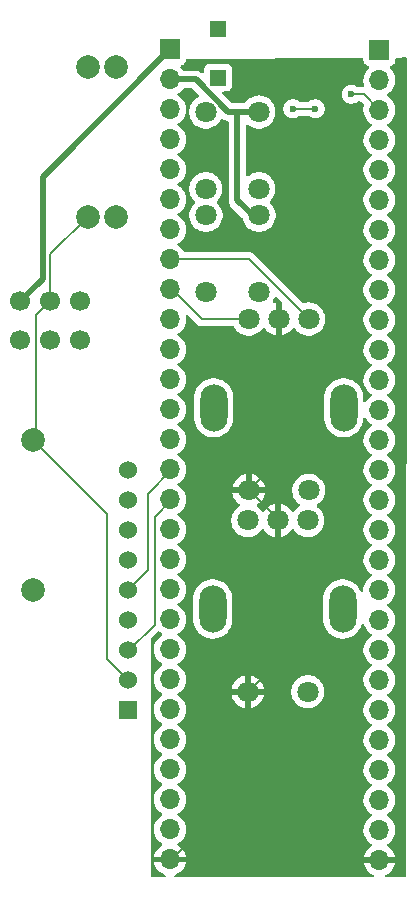
<source format=gbr>
%TF.GenerationSoftware,KiCad,Pcbnew,9.0.0*%
%TF.CreationDate,2025-11-19T14:43:49-05:00*%
%TF.ProjectId,ECE_362_final_proj,4543455f-3336-4325-9f66-696e616c5f70,rev?*%
%TF.SameCoordinates,Original*%
%TF.FileFunction,Copper,L2,Bot*%
%TF.FilePolarity,Positive*%
%FSLAX46Y46*%
G04 Gerber Fmt 4.6, Leading zero omitted, Abs format (unit mm)*
G04 Created by KiCad (PCBNEW 9.0.0) date 2025-11-19 14:43:49*
%MOMM*%
%LPD*%
G01*
G04 APERTURE LIST*
%TA.AperFunction,ComponentPad*%
%ADD10O,2.300000X4.000000*%
%TD*%
%TA.AperFunction,ComponentPad*%
%ADD11C,1.800000*%
%TD*%
%TA.AperFunction,ComponentPad*%
%ADD12C,2.000000*%
%TD*%
%TA.AperFunction,ComponentPad*%
%ADD13R,1.350000X1.350000*%
%TD*%
%TA.AperFunction,ComponentPad*%
%ADD14R,1.524000X1.524000*%
%TD*%
%TA.AperFunction,ComponentPad*%
%ADD15C,1.524000*%
%TD*%
%TA.AperFunction,ComponentPad*%
%ADD16C,1.700000*%
%TD*%
%TA.AperFunction,ComponentPad*%
%ADD17R,1.700000X1.700000*%
%TD*%
%TA.AperFunction,ComponentPad*%
%ADD18O,1.700000X1.700000*%
%TD*%
%TA.AperFunction,ViaPad*%
%ADD19C,0.600000*%
%TD*%
%TA.AperFunction,Conductor*%
%ADD20C,0.500000*%
%TD*%
%TA.AperFunction,Conductor*%
%ADD21C,0.200000*%
%TD*%
G04 APERTURE END LIST*
D10*
%TO.P,SW3,6,6*%
%TO.N,unconnected-(SW3-Pad6)*%
X13556000Y-51617000D03*
%TO.P,SW3,7,7*%
%TO.N,unconnected-(SW3-Pad7)*%
X24556000Y-51617000D03*
D11*
%TO.P,SW3,A,A*%
%TO.N,/GPIO8*%
X21596000Y-44117000D03*
%TO.P,SW3,B,B*%
%TO.N,/GPIO9*%
X16516000Y-44117000D03*
%TO.P,SW3,C,C*%
%TO.N,GND*%
X19056000Y-44117000D03*
%TO.P,SW3,D,D*%
%TO.N,/GPIO10*%
X21596000Y-58617000D03*
%TO.P,SW3,E,E*%
%TO.N,GND*%
X16516000Y-58617000D03*
%TD*%
D10*
%TO.P,SW1,6,6*%
%TO.N,unconnected-(SW1-Pad6)*%
X13636000Y-34567000D03*
%TO.P,SW1,7,7*%
%TO.N,unconnected-(SW1-Pad7)*%
X24636000Y-34567000D03*
D11*
%TO.P,SW1,A,A*%
%TO.N,/GPIO5*%
X21676000Y-27067000D03*
%TO.P,SW1,B,B*%
%TO.N,/GPIO6*%
X16596000Y-27067000D03*
%TO.P,SW1,C,C*%
%TO.N,GND*%
X19136000Y-27067000D03*
%TO.P,SW1,D,D*%
%TO.N,/GPIO7*%
X21676000Y-41567000D03*
%TO.P,SW1,E,E*%
%TO.N,GND*%
X16596000Y-41567000D03*
%TD*%
%TO.P,SW2,1,1*%
%TO.N,/GPIO3*%
X12956000Y-16037000D03*
%TO.P,SW2,2,2*%
%TO.N,unconnected-(SW2-Pad2)*%
X12956000Y-9537000D03*
%TO.P,SW2,3,K*%
%TO.N,Net-(SW2-K)*%
X17456000Y-16037000D03*
%TO.P,SW2,4,A*%
%TO.N,+3.3V*%
X17456000Y-9537000D03*
%TD*%
D12*
%TO.P,BT1,1*%
%TO.N,BT1_GND*%
X5326000Y-5717000D03*
%TO.P,BT1,2*%
%TO.N,BT1+*%
X5326000Y-18417000D03*
%TD*%
D13*
%TO.P,J1,1,Pin_1*%
%TO.N,Net-(J1-Pin_1)*%
X13986000Y-2545375D03*
%TD*%
D11*
%TO.P,SW4,1,1*%
%TO.N,/GPIO4*%
X12976000Y-24787000D03*
%TO.P,SW4,2,2*%
%TO.N,unconnected-(SW4-Pad2)*%
X12976000Y-18287000D03*
%TO.P,SW4,3,K*%
%TO.N,Net-(SW4-K)*%
X17476000Y-24787000D03*
%TO.P,SW4,4,A*%
%TO.N,+3.3V*%
X17476000Y-18287000D03*
%TD*%
D14*
%TO.P,U2,1*%
%TO.N,+3.3V*%
X6363000Y-60183000D03*
D15*
%TO.P,U2,2*%
%TO.N,GND*%
X6363000Y-57643000D03*
%TO.P,U2,3*%
%TO.N,/GPIO13*%
X6363000Y-55103000D03*
%TO.P,U2,4*%
%TO.N,/GPIO16*%
X6363000Y-52563000D03*
%TO.P,U2,5*%
%TO.N,/GPIO12*%
X6363000Y-50023000D03*
%TO.P,U2,6*%
%TO.N,/GPIO15*%
X6363000Y-47483000D03*
%TO.P,U2,7*%
%TO.N,/GPIO14*%
X6363000Y-44943000D03*
%TO.P,U2,8*%
%TO.N,+3.3V*%
X6363000Y-42403000D03*
%TO.P,U2,9*%
%TO.N,N/C*%
X6363000Y-39863000D03*
%TD*%
D13*
%TO.P,J2,1,Pin_1*%
%TO.N,/GPIO2*%
X14016000Y-6618400D03*
%TD*%
D16*
%TO.P,U_Switch,1*%
%TO.N,+BATT*%
X-2768000Y-25566800D03*
%TO.P,U_Switch,2*%
%TO.N,GND*%
X-228000Y-25566800D03*
%TO.P,U_Switch,3*%
%TO.N,N/C*%
X2312000Y-25566800D03*
%TO.P,U_Switch,4*%
%TO.N,BT1+*%
X-2768000Y-28866800D03*
%TO.P,U_Switch,5*%
%TO.N,-BATT*%
X-228000Y-28866800D03*
%TO.P,U_Switch,6*%
%TO.N,N/C*%
X2312000Y-28866800D03*
%TD*%
D17*
%TO.P,J4,1,Pin_1*%
%TO.N,+BATT*%
X27661200Y-4281600D03*
D18*
%TO.P,J4,2,Pin_2*%
%TO.N,+3.3V*%
X27661200Y-6821600D03*
%TO.P,J4,3,Pin_3*%
%TO.N,/GPIO47_ADC7*%
X27661200Y-9361600D03*
%TO.P,J4,4,Pin_4*%
%TO.N,/GPIO46_ADC6*%
X27661200Y-11901600D03*
%TO.P,J4,5,Pin_5*%
%TO.N,/GPIO45_ADC5*%
X27661200Y-14441600D03*
%TO.P,J4,6,Pin_6*%
%TO.N,/GPIO44_ADC4*%
X27661200Y-16981600D03*
%TO.P,J4,7,Pin_7*%
%TO.N,/GPIO43_ADC3*%
X27661200Y-19521600D03*
%TO.P,J4,8,Pin_8*%
%TO.N,/GPIO42_ADC2*%
X27661200Y-22061600D03*
%TO.P,J4,9,Pin_9*%
%TO.N,/GPIO41_ADC1*%
X27661200Y-24601600D03*
%TO.P,J4,10,Pin_10*%
%TO.N,x*%
X27661200Y-27141600D03*
%TO.P,J4,11,Pin_11*%
%TO.N,/GPIO39*%
X27661200Y-29681600D03*
%TO.P,J4,12,Pin_12*%
%TO.N,/GPIO38*%
X27661200Y-32221600D03*
%TO.P,J4,13,Pin_13*%
%TO.N,/GPIO37*%
X27661200Y-34761600D03*
%TO.P,J4,14,Pin_14*%
%TO.N,/GPIO36*%
X27661200Y-37301600D03*
%TO.P,J4,15,Pin_15*%
%TO.N,/GPIO35*%
X27661200Y-39841600D03*
%TO.P,J4,16,Pin_16*%
%TO.N,/GPIO34*%
X27661200Y-42381600D03*
%TO.P,J4,17,Pin_17*%
%TO.N,/GPIO33*%
X27661200Y-44921600D03*
%TO.P,J4,18,Pin_18*%
%TO.N,/GPIO32*%
X27661200Y-47461600D03*
%TO.P,J4,19,Pin_19*%
%TO.N,/GPIO31*%
X27661200Y-50001600D03*
%TO.P,J4,20,Pin_20*%
%TO.N,/GPIO30*%
X27661200Y-52541600D03*
%TO.P,J4,21,Pin_21*%
%TO.N,/GPIO29*%
X27661200Y-55081600D03*
%TO.P,J4,22,Pin_22*%
%TO.N,/GPIO28*%
X27661200Y-57621600D03*
%TO.P,J4,23,Pin_23*%
%TO.N,/GPIO27*%
X27661200Y-60161600D03*
%TO.P,J4,24,Pin_24*%
%TO.N,/GPIO26*%
X27661200Y-62701600D03*
%TO.P,J4,25,Pin_25*%
%TO.N,/GPIO25*%
X27661200Y-65241600D03*
%TO.P,J4,26,Pin_26*%
%TO.N,/SWCLK*%
X27661200Y-67781600D03*
%TO.P,J4,27,Pin_27*%
%TO.N,/SWD*%
X27661200Y-70321600D03*
%TO.P,J4,28,Pin_28*%
%TO.N,GND*%
X27661200Y-72861600D03*
%TD*%
D12*
%TO.P,BATT3,1*%
%TO.N,GND*%
X-1651500Y-37342000D03*
%TO.P,BATT3,2*%
%TO.N,-BATT*%
X-1651500Y-50042000D03*
%TD*%
D17*
%TO.P,J3,1,Pin_1*%
%TO.N,+BATT*%
X9932000Y-4247000D03*
D18*
%TO.P,J3,2,Pin_2*%
%TO.N,+3.3V*%
X9932000Y-6787000D03*
%TO.P,J3,3,Pin_3*%
%TO.N,/GPIO0*%
X9932000Y-9327000D03*
%TO.P,J3,4,Pin_4*%
%TO.N,/GPIO1*%
X9932000Y-11867000D03*
%TO.P,J3,5,Pin_5*%
%TO.N,/GPIO2*%
X9932000Y-14407000D03*
%TO.P,J3,6,Pin_6*%
%TO.N,/GPIO3*%
X9932000Y-16947000D03*
%TO.P,J3,7,Pin_7*%
%TO.N,/GPIO4*%
X9932000Y-19487000D03*
%TO.P,J3,8,Pin_8*%
%TO.N,/GPIO5*%
X9932000Y-22027000D03*
%TO.P,J3,9,Pin_9*%
%TO.N,/GPIO6*%
X9932000Y-24567000D03*
%TO.P,J3,10,Pin_10*%
%TO.N,/GPIO7*%
X9932000Y-27107000D03*
%TO.P,J3,11,Pin_11*%
%TO.N,/GPIO8*%
X9932000Y-29647000D03*
%TO.P,J3,12,Pin_12*%
%TO.N,/GPIO9*%
X9932000Y-32187000D03*
%TO.P,J3,13,Pin_13*%
%TO.N,/GPIO10*%
X9932000Y-34727000D03*
%TO.P,J3,14,Pin_14*%
%TO.N,/GPIO11*%
X9932000Y-37267000D03*
%TO.P,J3,15,Pin_15*%
%TO.N,/GPIO12*%
X9932000Y-39807000D03*
%TO.P,J3,16,Pin_16*%
%TO.N,/GPIO13*%
X9932000Y-42347000D03*
%TO.P,J3,17,Pin_17*%
%TO.N,/GPIO14*%
X9932000Y-44887000D03*
%TO.P,J3,18,Pin_18*%
%TO.N,/GPIO15*%
X9932000Y-47427000D03*
%TO.P,J3,19,Pin_19*%
%TO.N,/GPIO16*%
X9932000Y-49967000D03*
%TO.P,J3,20,Pin_20*%
%TO.N,/GPIO17*%
X9932000Y-52507000D03*
%TO.P,J3,21,Pin_21*%
%TO.N,/GPIO18*%
X9932000Y-55047000D03*
%TO.P,J3,22,Pin_22*%
%TO.N,/GPIO19*%
X9932000Y-57587000D03*
%TO.P,J3,23,Pin_23*%
%TO.N,/GPIO20*%
X9932000Y-60127000D03*
%TO.P,J3,24,Pin_24*%
%TO.N,/GPIO21*%
X9932000Y-62667000D03*
%TO.P,J3,25,Pin_25*%
%TO.N,/GPIO22*%
X9932000Y-65207000D03*
%TO.P,J3,26,Pin_26*%
%TO.N,/GPIO23*%
X9932000Y-67747000D03*
%TO.P,J3,27,Pin_27*%
%TO.N,/GPIO24*%
X9932000Y-70287000D03*
%TO.P,J3,28,Pin_28*%
%TO.N,GND*%
X9932000Y-72827000D03*
%TD*%
D12*
%TO.P,BT2,1*%
%TO.N,GND*%
X2956000Y-18417000D03*
%TO.P,BT2,2*%
%TO.N,BT1_GND*%
X2956000Y-5717000D03*
%TD*%
D19*
%TO.N,/GPIO47_ADC7*%
X25286000Y-8047000D03*
%TO.N,Net-(U1C--)*%
X22236000Y-9267000D03*
X20326000Y-9267000D03*
%TD*%
D20*
%TO.N,+3.3V*%
X15636000Y-16997000D02*
X15636000Y-9662000D01*
X14866603Y-9537000D02*
X15761000Y-9537000D01*
X15761000Y-9537000D02*
X17456000Y-9537000D01*
X16926000Y-18287000D02*
X17476000Y-18287000D01*
X15636000Y-16997000D02*
X16926000Y-18287000D01*
X12116603Y-6787000D02*
X14866603Y-9537000D01*
X10126000Y-6787000D02*
X12116603Y-6787000D01*
D21*
%TO.N,/GPIO13*%
X6363000Y-55103000D02*
X6490000Y-55103000D01*
X8662000Y-52931000D02*
X8662000Y-43811000D01*
X6490000Y-55103000D02*
X8662000Y-52931000D01*
X8662000Y-43811000D02*
X10126000Y-42347000D01*
%TO.N,/GPIO5*%
X21676000Y-27067000D02*
X16636000Y-22027000D01*
X16636000Y-22027000D02*
X10126000Y-22027000D01*
D20*
%TO.N,+BATT*%
X-841693Y-23640493D02*
X-841693Y-15020693D01*
X-841693Y-15020693D02*
X9932000Y-4247000D01*
X-2768000Y-25566800D02*
X-841693Y-23640493D01*
D21*
%TO.N,/GPIO12*%
X6363000Y-50023000D02*
X8056000Y-48330000D01*
X8056000Y-48245000D02*
X8056000Y-41877000D01*
X8056000Y-48330000D02*
X8056000Y-48245000D01*
X8056000Y-41877000D02*
X10126000Y-39807000D01*
%TO.N,/GPIO6*%
X16596000Y-27067000D02*
X12626000Y-27067000D01*
X12626000Y-27067000D02*
X10126000Y-24567000D01*
%TO.N,/GPIO47_ADC7*%
X27661200Y-9361600D02*
X26346600Y-8047000D01*
X26346600Y-8047000D02*
X25286000Y-8047000D01*
%TO.N,Net-(U1C--)*%
X22236000Y-9267000D02*
X20326000Y-9267000D01*
%TO.N,GND*%
X-228000Y-25566800D02*
X-1379000Y-26717800D01*
X19056000Y-56077000D02*
X16516000Y-58617000D01*
X19136000Y-39027000D02*
X16596000Y-41567000D01*
X2956000Y-18417000D02*
X-228000Y-21601000D01*
X19056000Y-44027000D02*
X19056000Y-44117000D01*
X16516000Y-66437000D02*
X10126000Y-72827000D01*
X-1379000Y-26717800D02*
X-1379000Y-37069500D01*
X-1379000Y-37069500D02*
X-1651500Y-37342000D01*
X19136000Y-27067000D02*
X19136000Y-39027000D01*
X16596000Y-41567000D02*
X19056000Y-44027000D01*
X-228000Y-21601000D02*
X-228000Y-25566800D01*
X2956000Y-18417000D02*
X2959400Y-18417000D01*
X4585000Y-55865000D02*
X6363000Y-57643000D01*
X4585000Y-43578500D02*
X4585000Y-55865000D01*
X16516000Y-58617000D02*
X16516000Y-66437000D01*
X-1651500Y-37342000D02*
X4585000Y-43578500D01*
X19056000Y-44117000D02*
X19056000Y-56077000D01*
X2959400Y-18417000D02*
X2972400Y-18404000D01*
%TD*%
%TA.AperFunction,Conductor*%
%TO.N,GND*%
G36*
X8986696Y-53518991D02*
G01*
X9019997Y-53520471D01*
X9022009Y-53521516D01*
X9023149Y-53521598D01*
X9051419Y-53536543D01*
X9052197Y-53537093D01*
X9052208Y-53537104D01*
X9224184Y-53662051D01*
X9240933Y-53670585D01*
X9248254Y-53675763D01*
X9264598Y-53696411D01*
X9283742Y-53714491D01*
X9285941Y-53723372D01*
X9291620Y-53730546D01*
X9294207Y-53756753D01*
X9300536Y-53782312D01*
X9297585Y-53790971D01*
X9298484Y-53800078D01*
X9286491Y-53823523D01*
X9277998Y-53848447D01*
X9270356Y-53855068D01*
X9266666Y-53862283D01*
X9252564Y-53870484D01*
X9232946Y-53887484D01*
X9224182Y-53891949D01*
X9052213Y-54016890D01*
X8901890Y-54167213D01*
X8776951Y-54339179D01*
X8680444Y-54528585D01*
X8614753Y-54730760D01*
X8597089Y-54842290D01*
X8581500Y-54940713D01*
X8581500Y-55153287D01*
X8614754Y-55363243D01*
X8625996Y-55397843D01*
X8680444Y-55565414D01*
X8776951Y-55754820D01*
X8901890Y-55926786D01*
X9052213Y-56077109D01*
X9224182Y-56202050D01*
X9232946Y-56206516D01*
X9283742Y-56254491D01*
X9300536Y-56322312D01*
X9277998Y-56388447D01*
X9232946Y-56427484D01*
X9224182Y-56431949D01*
X9052213Y-56556890D01*
X8901890Y-56707213D01*
X8776951Y-56879179D01*
X8680444Y-57068585D01*
X8614753Y-57270760D01*
X8581500Y-57480713D01*
X8581500Y-57693286D01*
X8611585Y-57883239D01*
X8614754Y-57903243D01*
X8671989Y-58079394D01*
X8680444Y-58105414D01*
X8776951Y-58294820D01*
X8901890Y-58466786D01*
X9052213Y-58617109D01*
X9224182Y-58742050D01*
X9232946Y-58746516D01*
X9283742Y-58794491D01*
X9300536Y-58862312D01*
X9277998Y-58928447D01*
X9232946Y-58967484D01*
X9224182Y-58971949D01*
X9052213Y-59096890D01*
X8901890Y-59247213D01*
X8776951Y-59419179D01*
X8680444Y-59608585D01*
X8614753Y-59810760D01*
X8609273Y-59845360D01*
X8581500Y-60020713D01*
X8581500Y-60233287D01*
X8614754Y-60443243D01*
X8625996Y-60477843D01*
X8680444Y-60645414D01*
X8776951Y-60834820D01*
X8901890Y-61006786D01*
X9052213Y-61157109D01*
X9224182Y-61282050D01*
X9232946Y-61286516D01*
X9283742Y-61334491D01*
X9300536Y-61402312D01*
X9277998Y-61468447D01*
X9232946Y-61507484D01*
X9224182Y-61511949D01*
X9052213Y-61636890D01*
X8901890Y-61787213D01*
X8776951Y-61959179D01*
X8680444Y-62148585D01*
X8614753Y-62350760D01*
X8609273Y-62385360D01*
X8581500Y-62560713D01*
X8581500Y-62773287D01*
X8614754Y-62983243D01*
X8625996Y-63017843D01*
X8680444Y-63185414D01*
X8776951Y-63374820D01*
X8901890Y-63546786D01*
X9052213Y-63697109D01*
X9224182Y-63822050D01*
X9232946Y-63826516D01*
X9283742Y-63874491D01*
X9300536Y-63942312D01*
X9277998Y-64008447D01*
X9232946Y-64047484D01*
X9224182Y-64051949D01*
X9052213Y-64176890D01*
X8901890Y-64327213D01*
X8776951Y-64499179D01*
X8680444Y-64688585D01*
X8614753Y-64890760D01*
X8609273Y-64925360D01*
X8581500Y-65100713D01*
X8581500Y-65313287D01*
X8614754Y-65523243D01*
X8625996Y-65557843D01*
X8680444Y-65725414D01*
X8776951Y-65914820D01*
X8901890Y-66086786D01*
X9052213Y-66237109D01*
X9224182Y-66362050D01*
X9232946Y-66366516D01*
X9283742Y-66414491D01*
X9300536Y-66482312D01*
X9277998Y-66548447D01*
X9232946Y-66587484D01*
X9224182Y-66591949D01*
X9052213Y-66716890D01*
X8901890Y-66867213D01*
X8776951Y-67039179D01*
X8680444Y-67228585D01*
X8614753Y-67430760D01*
X8609273Y-67465360D01*
X8581500Y-67640713D01*
X8581500Y-67853287D01*
X8614754Y-68063243D01*
X8625996Y-68097843D01*
X8680444Y-68265414D01*
X8776951Y-68454820D01*
X8901890Y-68626786D01*
X9052213Y-68777109D01*
X9224182Y-68902050D01*
X9232946Y-68906516D01*
X9283742Y-68954491D01*
X9300536Y-69022312D01*
X9277998Y-69088447D01*
X9232946Y-69127484D01*
X9224182Y-69131949D01*
X9052213Y-69256890D01*
X8901890Y-69407213D01*
X8776951Y-69579179D01*
X8680444Y-69768585D01*
X8614753Y-69970760D01*
X8609273Y-70005360D01*
X8581500Y-70180713D01*
X8581500Y-70393287D01*
X8614754Y-70603243D01*
X8625996Y-70637843D01*
X8680444Y-70805414D01*
X8776951Y-70994820D01*
X8901890Y-71166786D01*
X9052213Y-71317109D01*
X9224179Y-71442048D01*
X9224181Y-71442049D01*
X9224184Y-71442051D01*
X9233493Y-71446794D01*
X9284290Y-71494766D01*
X9301087Y-71562587D01*
X9278552Y-71628722D01*
X9233502Y-71667762D01*
X9224443Y-71672378D01*
X9052540Y-71797272D01*
X9052535Y-71797276D01*
X8902276Y-71947535D01*
X8902272Y-71947540D01*
X8777379Y-72119442D01*
X8680904Y-72308782D01*
X8615242Y-72510870D01*
X8615242Y-72510873D01*
X8604769Y-72577000D01*
X9498988Y-72577000D01*
X9466075Y-72634007D01*
X9432000Y-72761174D01*
X9432000Y-72892826D01*
X9466075Y-73019993D01*
X9498988Y-73077000D01*
X8604769Y-73077000D01*
X8615242Y-73143126D01*
X8615242Y-73143129D01*
X8680904Y-73345217D01*
X8777379Y-73534557D01*
X8902272Y-73706459D01*
X8902276Y-73706464D01*
X9052535Y-73856723D01*
X9052540Y-73856727D01*
X9224442Y-73981620D01*
X9413782Y-74078095D01*
X9479872Y-74099569D01*
X9537547Y-74139006D01*
X9564746Y-74203365D01*
X9552832Y-74272211D01*
X9505588Y-74323687D01*
X9441554Y-74341500D01*
X8460774Y-74341500D01*
X8393735Y-74321815D01*
X8347980Y-74269011D01*
X8336774Y-74217716D01*
X8302355Y-54191448D01*
X8321923Y-54124380D01*
X8338664Y-54103569D01*
X8892136Y-53550097D01*
X8921365Y-53534137D01*
X8950196Y-53517369D01*
X8951932Y-53517446D01*
X8953457Y-53516614D01*
X8986696Y-53518991D01*
G37*
%TD.AperFunction*%
%TA.AperFunction,Conductor*%
G36*
X26253110Y-4964629D02*
G01*
X26299182Y-5017156D01*
X26310700Y-5069345D01*
X26310700Y-5179469D01*
X26310701Y-5179476D01*
X26317108Y-5239083D01*
X26367402Y-5373928D01*
X26367406Y-5373935D01*
X26453652Y-5489144D01*
X26453655Y-5489147D01*
X26568864Y-5575393D01*
X26568871Y-5575397D01*
X26700282Y-5624410D01*
X26756216Y-5666281D01*
X26780633Y-5731745D01*
X26765782Y-5800018D01*
X26744631Y-5828273D01*
X26631089Y-5941815D01*
X26506151Y-6113779D01*
X26409644Y-6303185D01*
X26343953Y-6505360D01*
X26320291Y-6654756D01*
X26310700Y-6715313D01*
X26310700Y-6927887D01*
X26343954Y-7137843D01*
X26391503Y-7284183D01*
X26392306Y-7312294D01*
X26396311Y-7340137D01*
X26393290Y-7346752D01*
X26393498Y-7354022D01*
X26378973Y-7378108D01*
X26367291Y-7403695D01*
X26361173Y-7407627D01*
X26357418Y-7413855D01*
X26332178Y-7426264D01*
X26308516Y-7441474D01*
X26298237Y-7442952D01*
X26294717Y-7444683D01*
X26273581Y-7446499D01*
X26267543Y-7446499D01*
X26267541Y-7446499D01*
X26259940Y-7446500D01*
X26259938Y-7446499D01*
X26259931Y-7446500D01*
X25865766Y-7446500D01*
X25798727Y-7426815D01*
X25796875Y-7425602D01*
X25665185Y-7337609D01*
X25665172Y-7337602D01*
X25519501Y-7277264D01*
X25519489Y-7277261D01*
X25364845Y-7246500D01*
X25364842Y-7246500D01*
X25207158Y-7246500D01*
X25207155Y-7246500D01*
X25052510Y-7277261D01*
X25052498Y-7277264D01*
X24906827Y-7337602D01*
X24906814Y-7337609D01*
X24775711Y-7425210D01*
X24775707Y-7425213D01*
X24664213Y-7536707D01*
X24664210Y-7536711D01*
X24576609Y-7667814D01*
X24576602Y-7667827D01*
X24516264Y-7813498D01*
X24516261Y-7813510D01*
X24485500Y-7968153D01*
X24485500Y-8125846D01*
X24516261Y-8280489D01*
X24516264Y-8280501D01*
X24576602Y-8426172D01*
X24576609Y-8426185D01*
X24664210Y-8557288D01*
X24664213Y-8557292D01*
X24775707Y-8668786D01*
X24775711Y-8668789D01*
X24906814Y-8756390D01*
X24906827Y-8756397D01*
X25032822Y-8808585D01*
X25052503Y-8816737D01*
X25207153Y-8847499D01*
X25207156Y-8847500D01*
X25207158Y-8847500D01*
X25364844Y-8847500D01*
X25364845Y-8847499D01*
X25519497Y-8816737D01*
X25664414Y-8756711D01*
X25665172Y-8756397D01*
X25665172Y-8756396D01*
X25665179Y-8756394D01*
X25696623Y-8735384D01*
X25796875Y-8668398D01*
X25814921Y-8662747D01*
X25830831Y-8652523D01*
X25861792Y-8648071D01*
X25863553Y-8647520D01*
X25865766Y-8647500D01*
X26046503Y-8647500D01*
X26113542Y-8667185D01*
X26134184Y-8683819D01*
X26327441Y-8877076D01*
X26360926Y-8938399D01*
X26357692Y-9003073D01*
X26343953Y-9045357D01*
X26310700Y-9255313D01*
X26310700Y-9467886D01*
X26338937Y-9646172D01*
X26343954Y-9677843D01*
X26404749Y-9864951D01*
X26409644Y-9880014D01*
X26506151Y-10069420D01*
X26631090Y-10241386D01*
X26781413Y-10391709D01*
X26953382Y-10516650D01*
X26962146Y-10521116D01*
X27012942Y-10569091D01*
X27029736Y-10636912D01*
X27007198Y-10703047D01*
X26962146Y-10742084D01*
X26953382Y-10746549D01*
X26781413Y-10871490D01*
X26631090Y-11021813D01*
X26506151Y-11193779D01*
X26409644Y-11383185D01*
X26343953Y-11585360D01*
X26316180Y-11760713D01*
X26310700Y-11795313D01*
X26310700Y-12007887D01*
X26343954Y-12217843D01*
X26398401Y-12385414D01*
X26409644Y-12420014D01*
X26506151Y-12609420D01*
X26631090Y-12781386D01*
X26781413Y-12931709D01*
X26953382Y-13056650D01*
X26962146Y-13061116D01*
X27012942Y-13109091D01*
X27029736Y-13176912D01*
X27007198Y-13243047D01*
X26962146Y-13282084D01*
X26953382Y-13286549D01*
X26781413Y-13411490D01*
X26631090Y-13561813D01*
X26506151Y-13733779D01*
X26409644Y-13923185D01*
X26343953Y-14125360D01*
X26310700Y-14335313D01*
X26310700Y-14547886D01*
X26329280Y-14665199D01*
X26343954Y-14757843D01*
X26405342Y-14946776D01*
X26409644Y-14960014D01*
X26506151Y-15149420D01*
X26631090Y-15321386D01*
X26781413Y-15471709D01*
X26953382Y-15596650D01*
X26962146Y-15601116D01*
X27012942Y-15649091D01*
X27029736Y-15716912D01*
X27007198Y-15783047D01*
X26962146Y-15822084D01*
X26953382Y-15826549D01*
X26781413Y-15951490D01*
X26631090Y-16101813D01*
X26506151Y-16273779D01*
X26409644Y-16463185D01*
X26343953Y-16665360D01*
X26310700Y-16875313D01*
X26310700Y-17087886D01*
X26337909Y-17259681D01*
X26343954Y-17297843D01*
X26401651Y-17475416D01*
X26409644Y-17500014D01*
X26506151Y-17689420D01*
X26631090Y-17861386D01*
X26781413Y-18011709D01*
X26953382Y-18136650D01*
X26962146Y-18141116D01*
X27012942Y-18189091D01*
X27029736Y-18256912D01*
X27007198Y-18323047D01*
X26962146Y-18362084D01*
X26953382Y-18366549D01*
X26781413Y-18491490D01*
X26631090Y-18641813D01*
X26506151Y-18813779D01*
X26409644Y-19003185D01*
X26343953Y-19205360D01*
X26316180Y-19380713D01*
X26310700Y-19415313D01*
X26310700Y-19627887D01*
X26343954Y-19837843D01*
X26398401Y-20005414D01*
X26409644Y-20040014D01*
X26506151Y-20229420D01*
X26631090Y-20401386D01*
X26781413Y-20551709D01*
X26953382Y-20676650D01*
X26962146Y-20681116D01*
X27012942Y-20729091D01*
X27029736Y-20796912D01*
X27007198Y-20863047D01*
X26962146Y-20902084D01*
X26953382Y-20906549D01*
X26781413Y-21031490D01*
X26631090Y-21181813D01*
X26506151Y-21353779D01*
X26409644Y-21543185D01*
X26343953Y-21745360D01*
X26316180Y-21920713D01*
X26310700Y-21955313D01*
X26310700Y-22167887D01*
X26343954Y-22377843D01*
X26398401Y-22545414D01*
X26409644Y-22580014D01*
X26506151Y-22769420D01*
X26631090Y-22941386D01*
X26781413Y-23091709D01*
X26953382Y-23216650D01*
X26962146Y-23221116D01*
X27012942Y-23269091D01*
X27029736Y-23336912D01*
X27007198Y-23403047D01*
X26962146Y-23442084D01*
X26953382Y-23446549D01*
X26781413Y-23571490D01*
X26631090Y-23721813D01*
X26506151Y-23893779D01*
X26409644Y-24083185D01*
X26343953Y-24285360D01*
X26310700Y-24495313D01*
X26310700Y-24707886D01*
X26342907Y-24911237D01*
X26343954Y-24917843D01*
X26398401Y-25085414D01*
X26409644Y-25120014D01*
X26506151Y-25309420D01*
X26631090Y-25481386D01*
X26781413Y-25631709D01*
X26953382Y-25756650D01*
X26962146Y-25761116D01*
X27012942Y-25809091D01*
X27029736Y-25876912D01*
X27007198Y-25943047D01*
X26962146Y-25982084D01*
X26953382Y-25986549D01*
X26781413Y-26111490D01*
X26631090Y-26261813D01*
X26506151Y-26433779D01*
X26409644Y-26623185D01*
X26409643Y-26623187D01*
X26409643Y-26623188D01*
X26376798Y-26724272D01*
X26343953Y-26825360D01*
X26310700Y-27035313D01*
X26310700Y-27247886D01*
X26339761Y-27431374D01*
X26343954Y-27457843D01*
X26398779Y-27626577D01*
X26409644Y-27660014D01*
X26506151Y-27849420D01*
X26631090Y-28021386D01*
X26781413Y-28171709D01*
X26953382Y-28296650D01*
X26962146Y-28301116D01*
X27012942Y-28349091D01*
X27029736Y-28416912D01*
X27007198Y-28483047D01*
X26962146Y-28522084D01*
X26953382Y-28526549D01*
X26781413Y-28651490D01*
X26631090Y-28801813D01*
X26506151Y-28973779D01*
X26409644Y-29163185D01*
X26343953Y-29365360D01*
X26316180Y-29540713D01*
X26310700Y-29575313D01*
X26310700Y-29787887D01*
X26343954Y-29997843D01*
X26398401Y-30165414D01*
X26409644Y-30200014D01*
X26506151Y-30389420D01*
X26631090Y-30561386D01*
X26781413Y-30711709D01*
X26953382Y-30836650D01*
X26962146Y-30841116D01*
X27012942Y-30889091D01*
X27029736Y-30956912D01*
X27007198Y-31023047D01*
X26962146Y-31062084D01*
X26953382Y-31066549D01*
X26781413Y-31191490D01*
X26631090Y-31341813D01*
X26506151Y-31513779D01*
X26409644Y-31703185D01*
X26343953Y-31905360D01*
X26318431Y-32066500D01*
X26310700Y-32115313D01*
X26310700Y-32327887D01*
X26343954Y-32537843D01*
X26398401Y-32705414D01*
X26409644Y-32740014D01*
X26506151Y-32929420D01*
X26631090Y-33101386D01*
X26781413Y-33251709D01*
X26953382Y-33376650D01*
X26962146Y-33381116D01*
X27012942Y-33429091D01*
X27029736Y-33496912D01*
X27007198Y-33563047D01*
X26962146Y-33602084D01*
X26953382Y-33606549D01*
X26781413Y-33731490D01*
X26631094Y-33881809D01*
X26631090Y-33881814D01*
X26510818Y-34047356D01*
X26455488Y-34090022D01*
X26385875Y-34096001D01*
X26324080Y-34063396D01*
X26289723Y-34002557D01*
X26286500Y-33974471D01*
X26286500Y-33587097D01*
X26258538Y-33410556D01*
X26245860Y-33330507D01*
X26165579Y-33083428D01*
X26165577Y-33083425D01*
X26165577Y-33083423D01*
X26122787Y-32999445D01*
X26047634Y-32851949D01*
X25894931Y-32641771D01*
X25711229Y-32458069D01*
X25501051Y-32305366D01*
X25428764Y-32268534D01*
X25269576Y-32187422D01*
X25022493Y-32107140D01*
X24765902Y-32066500D01*
X24765897Y-32066500D01*
X24506103Y-32066500D01*
X24506098Y-32066500D01*
X24249506Y-32107140D01*
X24002423Y-32187422D01*
X23770945Y-32305368D01*
X23560774Y-32458066D01*
X23560768Y-32458071D01*
X23377071Y-32641768D01*
X23377066Y-32641774D01*
X23224368Y-32851945D01*
X23106422Y-33083423D01*
X23026140Y-33330506D01*
X22985500Y-33587097D01*
X22985500Y-35546902D01*
X23026140Y-35803493D01*
X23106422Y-36050576D01*
X23224368Y-36282054D01*
X23325905Y-36421808D01*
X23377069Y-36492229D01*
X23560771Y-36675931D01*
X23770949Y-36828634D01*
X23918445Y-36903787D01*
X24002423Y-36946577D01*
X24002425Y-36946577D01*
X24002428Y-36946579D01*
X24249507Y-37026860D01*
X24381706Y-37047797D01*
X24506098Y-37067500D01*
X24506103Y-37067500D01*
X24765902Y-37067500D01*
X24879298Y-37049539D01*
X25022493Y-37026860D01*
X25269572Y-36946579D01*
X25501051Y-36828634D01*
X25711229Y-36675931D01*
X25894931Y-36492229D01*
X26047634Y-36282051D01*
X26165579Y-36050572D01*
X26245860Y-35803493D01*
X26277015Y-35606786D01*
X26286500Y-35546900D01*
X26286882Y-35542047D01*
X26288426Y-35542168D01*
X26306185Y-35481689D01*
X26358989Y-35435934D01*
X26428147Y-35425990D01*
X26491703Y-35455015D01*
X26510816Y-35475840D01*
X26605958Y-35606792D01*
X26631096Y-35641392D01*
X26781413Y-35791709D01*
X26953382Y-35916650D01*
X26962146Y-35921116D01*
X27012942Y-35969091D01*
X27029736Y-36036912D01*
X27007198Y-36103047D01*
X26962146Y-36142084D01*
X26953382Y-36146549D01*
X26781413Y-36271490D01*
X26631090Y-36421813D01*
X26506151Y-36593779D01*
X26409644Y-36783185D01*
X26343953Y-36985360D01*
X26316180Y-37160713D01*
X26310700Y-37195313D01*
X26310700Y-37407887D01*
X26343954Y-37617843D01*
X26398401Y-37785414D01*
X26409644Y-37820014D01*
X26506151Y-38009420D01*
X26631090Y-38181386D01*
X26781413Y-38331709D01*
X26953382Y-38456650D01*
X26962146Y-38461116D01*
X27012942Y-38509091D01*
X27029736Y-38576912D01*
X27007198Y-38643047D01*
X26962146Y-38682084D01*
X26953382Y-38686549D01*
X26781413Y-38811490D01*
X26631090Y-38961813D01*
X26506151Y-39133779D01*
X26409644Y-39323185D01*
X26343953Y-39525360D01*
X26316180Y-39700713D01*
X26310700Y-39735313D01*
X26310700Y-39947887D01*
X26343954Y-40157843D01*
X26405620Y-40347632D01*
X26409644Y-40360014D01*
X26506151Y-40549420D01*
X26631090Y-40721386D01*
X26781413Y-40871709D01*
X26953382Y-40996650D01*
X26962146Y-41001116D01*
X27012942Y-41049091D01*
X27029736Y-41116912D01*
X27007198Y-41183047D01*
X26962146Y-41222084D01*
X26953382Y-41226549D01*
X26781413Y-41351490D01*
X26631090Y-41501813D01*
X26506151Y-41673779D01*
X26409644Y-41863185D01*
X26343953Y-42065360D01*
X26331653Y-42143022D01*
X26310700Y-42275313D01*
X26310700Y-42487887D01*
X26320734Y-42551244D01*
X26334039Y-42635247D01*
X26343954Y-42697843D01*
X26405620Y-42887632D01*
X26409644Y-42900014D01*
X26506151Y-43089420D01*
X26631090Y-43261386D01*
X26781413Y-43411709D01*
X26953382Y-43536650D01*
X26962146Y-43541116D01*
X27012942Y-43589091D01*
X27029736Y-43656912D01*
X27007198Y-43723047D01*
X26962146Y-43762084D01*
X26953382Y-43766549D01*
X26781413Y-43891490D01*
X26631090Y-44041813D01*
X26506151Y-44213779D01*
X26409644Y-44403185D01*
X26343953Y-44605360D01*
X26330069Y-44693022D01*
X26310700Y-44815313D01*
X26310700Y-45027887D01*
X26320734Y-45091244D01*
X26335623Y-45185247D01*
X26343954Y-45237843D01*
X26405620Y-45427632D01*
X26409644Y-45440014D01*
X26506151Y-45629420D01*
X26631090Y-45801386D01*
X26781413Y-45951709D01*
X26953382Y-46076650D01*
X26962146Y-46081116D01*
X27012942Y-46129091D01*
X27029736Y-46196912D01*
X27007198Y-46263047D01*
X26962146Y-46302084D01*
X26953382Y-46306549D01*
X26781413Y-46431490D01*
X26631090Y-46581813D01*
X26506151Y-46753779D01*
X26409644Y-46943185D01*
X26343953Y-47145360D01*
X26316180Y-47320713D01*
X26310700Y-47355313D01*
X26310700Y-47567887D01*
X26343954Y-47777843D01*
X26405620Y-47967632D01*
X26409644Y-47980014D01*
X26506151Y-48169420D01*
X26631090Y-48341386D01*
X26781413Y-48491709D01*
X26953382Y-48616650D01*
X26962146Y-48621116D01*
X27012942Y-48669091D01*
X27029736Y-48736912D01*
X27007198Y-48803047D01*
X26962146Y-48842084D01*
X26953382Y-48846549D01*
X26781413Y-48971490D01*
X26631090Y-49121813D01*
X26506151Y-49293779D01*
X26409644Y-49483185D01*
X26343953Y-49685360D01*
X26310700Y-49895313D01*
X26310700Y-50058754D01*
X26291015Y-50125793D01*
X26238211Y-50171548D01*
X26169053Y-50181492D01*
X26105497Y-50152467D01*
X26076215Y-50115049D01*
X26033968Y-50032136D01*
X25967634Y-49901949D01*
X25814931Y-49691771D01*
X25631229Y-49508069D01*
X25421051Y-49355366D01*
X25348764Y-49318534D01*
X25189576Y-49237422D01*
X24942493Y-49157140D01*
X24685902Y-49116500D01*
X24685897Y-49116500D01*
X24426103Y-49116500D01*
X24426098Y-49116500D01*
X24169506Y-49157140D01*
X23922423Y-49237422D01*
X23690945Y-49355368D01*
X23480774Y-49508066D01*
X23480768Y-49508071D01*
X23297071Y-49691768D01*
X23297066Y-49691774D01*
X23144368Y-49901945D01*
X23026422Y-50133423D01*
X22946140Y-50380506D01*
X22905500Y-50637097D01*
X22905500Y-52596902D01*
X22946140Y-52853493D01*
X23026422Y-53100576D01*
X23144368Y-53332054D01*
X23209276Y-53421392D01*
X23297069Y-53542229D01*
X23480771Y-53725931D01*
X23690949Y-53878634D01*
X23797638Y-53932995D01*
X23922423Y-53996577D01*
X23922425Y-53996577D01*
X23922428Y-53996579D01*
X24169507Y-54076860D01*
X24301706Y-54097797D01*
X24426098Y-54117500D01*
X24426103Y-54117500D01*
X24685902Y-54117500D01*
X24799298Y-54099539D01*
X24942493Y-54076860D01*
X25189572Y-53996579D01*
X25421051Y-53878634D01*
X25631229Y-53725931D01*
X25814931Y-53542229D01*
X25967634Y-53332051D01*
X26085579Y-53100572D01*
X26136269Y-52944561D01*
X26175706Y-52886887D01*
X26240065Y-52859689D01*
X26308911Y-52871604D01*
X26360387Y-52918848D01*
X26372131Y-52944562D01*
X26409644Y-53060016D01*
X26506151Y-53249420D01*
X26631090Y-53421386D01*
X26781413Y-53571709D01*
X26953382Y-53696650D01*
X26962146Y-53701116D01*
X27012942Y-53749091D01*
X27029736Y-53816912D01*
X27007198Y-53883047D01*
X26962146Y-53922084D01*
X26953382Y-53926549D01*
X26781413Y-54051490D01*
X26631090Y-54201813D01*
X26506151Y-54373779D01*
X26409644Y-54563185D01*
X26343953Y-54765360D01*
X26331769Y-54842290D01*
X26310700Y-54975313D01*
X26310700Y-55187887D01*
X26343954Y-55397843D01*
X26405620Y-55587632D01*
X26409644Y-55600014D01*
X26506151Y-55789420D01*
X26631090Y-55961386D01*
X26781413Y-56111709D01*
X26953382Y-56236650D01*
X26962146Y-56241116D01*
X27012942Y-56289091D01*
X27029736Y-56356912D01*
X27007198Y-56423047D01*
X26962146Y-56462084D01*
X26953382Y-56466549D01*
X26781413Y-56591490D01*
X26631090Y-56741813D01*
X26506151Y-56913779D01*
X26409644Y-57103185D01*
X26343953Y-57305360D01*
X26310700Y-57515313D01*
X26310700Y-57727886D01*
X26335305Y-57883239D01*
X26343954Y-57937843D01*
X26398401Y-58105414D01*
X26409644Y-58140014D01*
X26506151Y-58329420D01*
X26631090Y-58501386D01*
X26781413Y-58651709D01*
X26953382Y-58776650D01*
X26962146Y-58781116D01*
X27012942Y-58829091D01*
X27029736Y-58896912D01*
X27007198Y-58963047D01*
X26962146Y-59002084D01*
X26953382Y-59006549D01*
X26781413Y-59131490D01*
X26631090Y-59281813D01*
X26506151Y-59453779D01*
X26409644Y-59643185D01*
X26343953Y-59845360D01*
X26332940Y-59914895D01*
X26310700Y-60055313D01*
X26310700Y-60267887D01*
X26343954Y-60477843D01*
X26398401Y-60645414D01*
X26409644Y-60680014D01*
X26506151Y-60869420D01*
X26631090Y-61041386D01*
X26781413Y-61191709D01*
X26953382Y-61316650D01*
X26962146Y-61321116D01*
X27012942Y-61369091D01*
X27029736Y-61436912D01*
X27007198Y-61503047D01*
X26962146Y-61542084D01*
X26953382Y-61546549D01*
X26781413Y-61671490D01*
X26631090Y-61821813D01*
X26506151Y-61993779D01*
X26409644Y-62183185D01*
X26343953Y-62385360D01*
X26316180Y-62560713D01*
X26310700Y-62595313D01*
X26310700Y-62807887D01*
X26343954Y-63017843D01*
X26398401Y-63185414D01*
X26409644Y-63220014D01*
X26506151Y-63409420D01*
X26631090Y-63581386D01*
X26781413Y-63731709D01*
X26953382Y-63856650D01*
X26962146Y-63861116D01*
X27012942Y-63909091D01*
X27029736Y-63976912D01*
X27007198Y-64043047D01*
X26962146Y-64082084D01*
X26953382Y-64086549D01*
X26781413Y-64211490D01*
X26631090Y-64361813D01*
X26506151Y-64533779D01*
X26409644Y-64723185D01*
X26343953Y-64925360D01*
X26316180Y-65100713D01*
X26310700Y-65135313D01*
X26310700Y-65347887D01*
X26343954Y-65557843D01*
X26398401Y-65725414D01*
X26409644Y-65760014D01*
X26506151Y-65949420D01*
X26631090Y-66121386D01*
X26781413Y-66271709D01*
X26953382Y-66396650D01*
X26962146Y-66401116D01*
X27012942Y-66449091D01*
X27029736Y-66516912D01*
X27007198Y-66583047D01*
X26962146Y-66622084D01*
X26953382Y-66626549D01*
X26781413Y-66751490D01*
X26631090Y-66901813D01*
X26506151Y-67073779D01*
X26409644Y-67263185D01*
X26343953Y-67465360D01*
X26316180Y-67640713D01*
X26310700Y-67675313D01*
X26310700Y-67887887D01*
X26343954Y-68097843D01*
X26398401Y-68265414D01*
X26409644Y-68300014D01*
X26506151Y-68489420D01*
X26631090Y-68661386D01*
X26781413Y-68811709D01*
X26953382Y-68936650D01*
X26962146Y-68941116D01*
X27012942Y-68989091D01*
X27029736Y-69056912D01*
X27007198Y-69123047D01*
X26962146Y-69162084D01*
X26953382Y-69166549D01*
X26781413Y-69291490D01*
X26631090Y-69441813D01*
X26506151Y-69613779D01*
X26409644Y-69803185D01*
X26343953Y-70005360D01*
X26316180Y-70180713D01*
X26310700Y-70215313D01*
X26310700Y-70427887D01*
X26343954Y-70637843D01*
X26398401Y-70805414D01*
X26409644Y-70840014D01*
X26506151Y-71029420D01*
X26631090Y-71201386D01*
X26781413Y-71351709D01*
X26953379Y-71476648D01*
X26953381Y-71476649D01*
X26953384Y-71476651D01*
X26962693Y-71481394D01*
X27013490Y-71529366D01*
X27030287Y-71597187D01*
X27007752Y-71663322D01*
X26962702Y-71702362D01*
X26953643Y-71706978D01*
X26781740Y-71831872D01*
X26781735Y-71831876D01*
X26631476Y-71982135D01*
X26631472Y-71982140D01*
X26506579Y-72154042D01*
X26410104Y-72343382D01*
X26344442Y-72545470D01*
X26344442Y-72545473D01*
X26333969Y-72611600D01*
X27228188Y-72611600D01*
X27195275Y-72668607D01*
X27161200Y-72795774D01*
X27161200Y-72927426D01*
X27195275Y-73054593D01*
X27228188Y-73111600D01*
X26333969Y-73111600D01*
X26344442Y-73177726D01*
X26344442Y-73177729D01*
X26410104Y-73379817D01*
X26506579Y-73569157D01*
X26631472Y-73741059D01*
X26631476Y-73741064D01*
X26781735Y-73891323D01*
X26781740Y-73891327D01*
X26953642Y-74016220D01*
X27131834Y-74107015D01*
X27182630Y-74154990D01*
X27199425Y-74222811D01*
X27176887Y-74288946D01*
X27122172Y-74332397D01*
X27075539Y-74341500D01*
X10422446Y-74341500D01*
X10355407Y-74321815D01*
X10309652Y-74269011D01*
X10299708Y-74199853D01*
X10328733Y-74136297D01*
X10384128Y-74099569D01*
X10450217Y-74078095D01*
X10639557Y-73981620D01*
X10811459Y-73856727D01*
X10811464Y-73856723D01*
X10961723Y-73706464D01*
X10961727Y-73706459D01*
X11086620Y-73534557D01*
X11183095Y-73345217D01*
X11248757Y-73143129D01*
X11248757Y-73143126D01*
X11259231Y-73077000D01*
X10365012Y-73077000D01*
X10397925Y-73019993D01*
X10432000Y-72892826D01*
X10432000Y-72761174D01*
X10397925Y-72634007D01*
X10365012Y-72577000D01*
X11259231Y-72577000D01*
X11248757Y-72510873D01*
X11248757Y-72510870D01*
X11183095Y-72308782D01*
X11086620Y-72119442D01*
X10961727Y-71947540D01*
X10961723Y-71947535D01*
X10811464Y-71797276D01*
X10811459Y-71797272D01*
X10639555Y-71672377D01*
X10630500Y-71667763D01*
X10579706Y-71619788D01*
X10562912Y-71551966D01*
X10585451Y-71485832D01*
X10630508Y-71446793D01*
X10639816Y-71442051D01*
X10764169Y-71351704D01*
X10811786Y-71317109D01*
X10811788Y-71317106D01*
X10811792Y-71317104D01*
X10962104Y-71166792D01*
X10962106Y-71166788D01*
X10962109Y-71166786D01*
X11087048Y-70994820D01*
X11087047Y-70994820D01*
X11087051Y-70994816D01*
X11183557Y-70805412D01*
X11249246Y-70603243D01*
X11282500Y-70393287D01*
X11282500Y-70180713D01*
X11249246Y-69970757D01*
X11183557Y-69768588D01*
X11087051Y-69579184D01*
X11087049Y-69579181D01*
X11087048Y-69579179D01*
X10962109Y-69407213D01*
X10811786Y-69256890D01*
X10639820Y-69131951D01*
X10639115Y-69131591D01*
X10631054Y-69127485D01*
X10580259Y-69079512D01*
X10563463Y-69011692D01*
X10585999Y-68945556D01*
X10631054Y-68906515D01*
X10639816Y-68902051D01*
X10661789Y-68886086D01*
X10811786Y-68777109D01*
X10811788Y-68777106D01*
X10811792Y-68777104D01*
X10962104Y-68626792D01*
X10962106Y-68626788D01*
X10962109Y-68626786D01*
X11087048Y-68454820D01*
X11087047Y-68454820D01*
X11087051Y-68454816D01*
X11183557Y-68265412D01*
X11249246Y-68063243D01*
X11282500Y-67853287D01*
X11282500Y-67640713D01*
X11249246Y-67430757D01*
X11183557Y-67228588D01*
X11087051Y-67039184D01*
X11087049Y-67039181D01*
X11087048Y-67039179D01*
X10962109Y-66867213D01*
X10811786Y-66716890D01*
X10639820Y-66591951D01*
X10639115Y-66591591D01*
X10631054Y-66587485D01*
X10580259Y-66539512D01*
X10563463Y-66471692D01*
X10585999Y-66405556D01*
X10631054Y-66366515D01*
X10639816Y-66362051D01*
X10661789Y-66346086D01*
X10811786Y-66237109D01*
X10811788Y-66237106D01*
X10811792Y-66237104D01*
X10962104Y-66086792D01*
X10962106Y-66086788D01*
X10962109Y-66086786D01*
X11087048Y-65914820D01*
X11087047Y-65914820D01*
X11087051Y-65914816D01*
X11183557Y-65725412D01*
X11249246Y-65523243D01*
X11282500Y-65313287D01*
X11282500Y-65100713D01*
X11249246Y-64890757D01*
X11183557Y-64688588D01*
X11087051Y-64499184D01*
X11087049Y-64499181D01*
X11087048Y-64499179D01*
X10962109Y-64327213D01*
X10811786Y-64176890D01*
X10639820Y-64051951D01*
X10639115Y-64051591D01*
X10631054Y-64047485D01*
X10580259Y-63999512D01*
X10563463Y-63931692D01*
X10585999Y-63865556D01*
X10631054Y-63826515D01*
X10639816Y-63822051D01*
X10661789Y-63806086D01*
X10811786Y-63697109D01*
X10811788Y-63697106D01*
X10811792Y-63697104D01*
X10962104Y-63546792D01*
X10962106Y-63546788D01*
X10962109Y-63546786D01*
X11087048Y-63374820D01*
X11087047Y-63374820D01*
X11087051Y-63374816D01*
X11183557Y-63185412D01*
X11249246Y-62983243D01*
X11282500Y-62773287D01*
X11282500Y-62560713D01*
X11249246Y-62350757D01*
X11183557Y-62148588D01*
X11087051Y-61959184D01*
X11087049Y-61959181D01*
X11087048Y-61959179D01*
X10962109Y-61787213D01*
X10811786Y-61636890D01*
X10639820Y-61511951D01*
X10639115Y-61511591D01*
X10631054Y-61507485D01*
X10580259Y-61459512D01*
X10563463Y-61391692D01*
X10585999Y-61325556D01*
X10631054Y-61286515D01*
X10639816Y-61282051D01*
X10661789Y-61266086D01*
X10811786Y-61157109D01*
X10811788Y-61157106D01*
X10811792Y-61157104D01*
X10962104Y-61006792D01*
X10962106Y-61006788D01*
X10962109Y-61006786D01*
X11087048Y-60834820D01*
X11087047Y-60834820D01*
X11087051Y-60834816D01*
X11183557Y-60645412D01*
X11249246Y-60443243D01*
X11282500Y-60233287D01*
X11282500Y-60020713D01*
X11249246Y-59810757D01*
X11183557Y-59608588D01*
X11087051Y-59419184D01*
X11087049Y-59419181D01*
X11087048Y-59419179D01*
X10962109Y-59247213D01*
X10811786Y-59096890D01*
X10639820Y-58971951D01*
X10639115Y-58971591D01*
X10631054Y-58967485D01*
X10626249Y-58962946D01*
X10619914Y-58961060D01*
X10601166Y-58939257D01*
X10580259Y-58919512D01*
X10578669Y-58913095D01*
X10574360Y-58908083D01*
X10570375Y-58879603D01*
X10563463Y-58851692D01*
X10565595Y-58845435D01*
X10564679Y-58838888D01*
X10576722Y-58812778D01*
X10585999Y-58785556D01*
X10591860Y-58779961D01*
X10593945Y-58775443D01*
X10608406Y-58764169D01*
X10620706Y-58752431D01*
X10625737Y-58749224D01*
X10639816Y-58742051D01*
X10811792Y-58617104D01*
X10962104Y-58466792D01*
X11034607Y-58367000D01*
X15138145Y-58367000D01*
X15915999Y-58367000D01*
X15890979Y-58427402D01*
X15866000Y-58552981D01*
X15866000Y-58681019D01*
X15890979Y-58806598D01*
X15915999Y-58867000D01*
X15138145Y-58867000D01*
X15150473Y-58944835D01*
X15150473Y-58944838D01*
X15218567Y-59154410D01*
X15318613Y-59350760D01*
X15448142Y-59529041D01*
X15603958Y-59684857D01*
X15782239Y-59814386D01*
X15978589Y-59914432D01*
X16188163Y-59982526D01*
X16265999Y-59994854D01*
X16266000Y-59994854D01*
X16266000Y-59217001D01*
X16326402Y-59242021D01*
X16451981Y-59267000D01*
X16580019Y-59267000D01*
X16705598Y-59242021D01*
X16766000Y-59217001D01*
X16766000Y-59994854D01*
X16843834Y-59982526D01*
X16843837Y-59982526D01*
X17053410Y-59914432D01*
X17249760Y-59814386D01*
X17428041Y-59684857D01*
X17583857Y-59529041D01*
X17713386Y-59350760D01*
X17813432Y-59154410D01*
X17881526Y-58944838D01*
X17881526Y-58944835D01*
X17893855Y-58867000D01*
X17116001Y-58867000D01*
X17141021Y-58806598D01*
X17166000Y-58681019D01*
X17166000Y-58552981D01*
X17156810Y-58506778D01*
X20195500Y-58506778D01*
X20195500Y-58727222D01*
X20203328Y-58776648D01*
X20229985Y-58944952D01*
X20298103Y-59154603D01*
X20298104Y-59154606D01*
X20398187Y-59351025D01*
X20527752Y-59529358D01*
X20527756Y-59529363D01*
X20683636Y-59685243D01*
X20683641Y-59685247D01*
X20839192Y-59798260D01*
X20861978Y-59814815D01*
X20990375Y-59880237D01*
X21058393Y-59914895D01*
X21058396Y-59914896D01*
X21163221Y-59948955D01*
X21268049Y-59983015D01*
X21485778Y-60017500D01*
X21485779Y-60017500D01*
X21706221Y-60017500D01*
X21706222Y-60017500D01*
X21923951Y-59983015D01*
X22133606Y-59914895D01*
X22330022Y-59814815D01*
X22508365Y-59685242D01*
X22664242Y-59529365D01*
X22793815Y-59351022D01*
X22893895Y-59154606D01*
X22962015Y-58944951D01*
X22996500Y-58727222D01*
X22996500Y-58506778D01*
X22962015Y-58289049D01*
X22904526Y-58112112D01*
X22893896Y-58079396D01*
X22893895Y-58079393D01*
X22849354Y-57991979D01*
X22793815Y-57882978D01*
X22777260Y-57860192D01*
X22664247Y-57704641D01*
X22664243Y-57704636D01*
X22508363Y-57548756D01*
X22508358Y-57548752D01*
X22330025Y-57419187D01*
X22330024Y-57419186D01*
X22330022Y-57419185D01*
X22267096Y-57387122D01*
X22133606Y-57319104D01*
X22133603Y-57319103D01*
X21923952Y-57250985D01*
X21815086Y-57233742D01*
X21706222Y-57216500D01*
X21485778Y-57216500D01*
X21413201Y-57227995D01*
X21268047Y-57250985D01*
X21058396Y-57319103D01*
X21058393Y-57319104D01*
X20861974Y-57419187D01*
X20683641Y-57548752D01*
X20683636Y-57548756D01*
X20527756Y-57704636D01*
X20527752Y-57704641D01*
X20398187Y-57882974D01*
X20298104Y-58079393D01*
X20298103Y-58079396D01*
X20229985Y-58289047D01*
X20207815Y-58429024D01*
X20195500Y-58506778D01*
X17156810Y-58506778D01*
X17141021Y-58427402D01*
X17116001Y-58367000D01*
X17893855Y-58367000D01*
X17881526Y-58289164D01*
X17881526Y-58289161D01*
X17813432Y-58079589D01*
X17713386Y-57883239D01*
X17583857Y-57704958D01*
X17428041Y-57549142D01*
X17249760Y-57419613D01*
X17053410Y-57319567D01*
X16843836Y-57251473D01*
X16766000Y-57239144D01*
X16766000Y-58016998D01*
X16705598Y-57991979D01*
X16580019Y-57967000D01*
X16451981Y-57967000D01*
X16326402Y-57991979D01*
X16266000Y-58016998D01*
X16266000Y-57239144D01*
X16188164Y-57251473D01*
X16188161Y-57251473D01*
X15978589Y-57319567D01*
X15782239Y-57419613D01*
X15603958Y-57549142D01*
X15448142Y-57704958D01*
X15318613Y-57883239D01*
X15218567Y-58079589D01*
X15150473Y-58289161D01*
X15150473Y-58289164D01*
X15138145Y-58367000D01*
X11034607Y-58367000D01*
X11087051Y-58294816D01*
X11183557Y-58105412D01*
X11249246Y-57903243D01*
X11282500Y-57693287D01*
X11282500Y-57480713D01*
X11249246Y-57270757D01*
X11183557Y-57068588D01*
X11087051Y-56879184D01*
X11087049Y-56879181D01*
X11087048Y-56879179D01*
X10962109Y-56707213D01*
X10811786Y-56556890D01*
X10639820Y-56431951D01*
X10639115Y-56431591D01*
X10631054Y-56427485D01*
X10580259Y-56379512D01*
X10563463Y-56311692D01*
X10585999Y-56245556D01*
X10631054Y-56206515D01*
X10639816Y-56202051D01*
X10666331Y-56182787D01*
X10811786Y-56077109D01*
X10811788Y-56077106D01*
X10811792Y-56077104D01*
X10962104Y-55926792D01*
X10962106Y-55926788D01*
X10962109Y-55926786D01*
X11087048Y-55754820D01*
X11087047Y-55754820D01*
X11087051Y-55754816D01*
X11183557Y-55565412D01*
X11249246Y-55363243D01*
X11282500Y-55153287D01*
X11282500Y-54940713D01*
X11249246Y-54730757D01*
X11183557Y-54528588D01*
X11087051Y-54339184D01*
X11087049Y-54339181D01*
X11087048Y-54339179D01*
X10962109Y-54167213D01*
X10811786Y-54016890D01*
X10639820Y-53891951D01*
X10639115Y-53891591D01*
X10631054Y-53887485D01*
X10580259Y-53839512D01*
X10563463Y-53771692D01*
X10585999Y-53705556D01*
X10631054Y-53666515D01*
X10639816Y-53662051D01*
X10666331Y-53642787D01*
X10811786Y-53537109D01*
X10811788Y-53537106D01*
X10811792Y-53537104D01*
X10962104Y-53386792D01*
X10962106Y-53386788D01*
X10962109Y-53386786D01*
X11087048Y-53214820D01*
X11087047Y-53214820D01*
X11087051Y-53214816D01*
X11183557Y-53025412D01*
X11249246Y-52823243D01*
X11282500Y-52613287D01*
X11282500Y-52400713D01*
X11249246Y-52190757D01*
X11183557Y-51988588D01*
X11087051Y-51799184D01*
X11087049Y-51799181D01*
X11087048Y-51799179D01*
X10962109Y-51627213D01*
X10811786Y-51476890D01*
X10639820Y-51351951D01*
X10639115Y-51351591D01*
X10631054Y-51347485D01*
X10580259Y-51299512D01*
X10563463Y-51231692D01*
X10585999Y-51165556D01*
X10631054Y-51126515D01*
X10639816Y-51122051D01*
X10666331Y-51102787D01*
X10811786Y-50997109D01*
X10811788Y-50997106D01*
X10811792Y-50997104D01*
X10962104Y-50846792D01*
X10962106Y-50846788D01*
X10962109Y-50846786D01*
X11016899Y-50771371D01*
X11087051Y-50674816D01*
X11106270Y-50637097D01*
X11905500Y-50637097D01*
X11905500Y-52596902D01*
X11946140Y-52853493D01*
X12026422Y-53100576D01*
X12144368Y-53332054D01*
X12209276Y-53421392D01*
X12297069Y-53542229D01*
X12480771Y-53725931D01*
X12690949Y-53878634D01*
X12797638Y-53932995D01*
X12922423Y-53996577D01*
X12922425Y-53996577D01*
X12922428Y-53996579D01*
X13169507Y-54076860D01*
X13301706Y-54097797D01*
X13426098Y-54117500D01*
X13426103Y-54117500D01*
X13685902Y-54117500D01*
X13799298Y-54099539D01*
X13942493Y-54076860D01*
X14189572Y-53996579D01*
X14421051Y-53878634D01*
X14631229Y-53725931D01*
X14814931Y-53542229D01*
X14967634Y-53332051D01*
X15085579Y-53100572D01*
X15165860Y-52853493D01*
X15188539Y-52710298D01*
X15206500Y-52596902D01*
X15206500Y-50637097D01*
X15182475Y-50485412D01*
X15165860Y-50380507D01*
X15085579Y-50133428D01*
X15085577Y-50133425D01*
X15085577Y-50133423D01*
X15042787Y-50049445D01*
X14967634Y-49901949D01*
X14814931Y-49691771D01*
X14631229Y-49508069D01*
X14421051Y-49355366D01*
X14348764Y-49318534D01*
X14189576Y-49237422D01*
X13942493Y-49157140D01*
X13685902Y-49116500D01*
X13685897Y-49116500D01*
X13426103Y-49116500D01*
X13426098Y-49116500D01*
X13169506Y-49157140D01*
X12922423Y-49237422D01*
X12690945Y-49355368D01*
X12480774Y-49508066D01*
X12480768Y-49508071D01*
X12297071Y-49691768D01*
X12297066Y-49691774D01*
X12144368Y-49901945D01*
X12026422Y-50133423D01*
X11946140Y-50380506D01*
X11905500Y-50637097D01*
X11106270Y-50637097D01*
X11183557Y-50485412D01*
X11249246Y-50283243D01*
X11282500Y-50073287D01*
X11282500Y-49860713D01*
X11249246Y-49650757D01*
X11183557Y-49448588D01*
X11087051Y-49259184D01*
X11087049Y-49259181D01*
X11087048Y-49259179D01*
X10962109Y-49087213D01*
X10811786Y-48936890D01*
X10639820Y-48811951D01*
X10639115Y-48811591D01*
X10631054Y-48807485D01*
X10580259Y-48759512D01*
X10563463Y-48691692D01*
X10585999Y-48625556D01*
X10631054Y-48586515D01*
X10639816Y-48582051D01*
X10666331Y-48562787D01*
X10811786Y-48457109D01*
X10811788Y-48457106D01*
X10811792Y-48457104D01*
X10962104Y-48306792D01*
X10962106Y-48306788D01*
X10962109Y-48306786D01*
X11087048Y-48134820D01*
X11087047Y-48134820D01*
X11087051Y-48134816D01*
X11183557Y-47945412D01*
X11249246Y-47743243D01*
X11282500Y-47533287D01*
X11282500Y-47320713D01*
X11249246Y-47110757D01*
X11183557Y-46908588D01*
X11087051Y-46719184D01*
X11087049Y-46719181D01*
X11087048Y-46719179D01*
X10962109Y-46547213D01*
X10811786Y-46396890D01*
X10639820Y-46271951D01*
X10639115Y-46271591D01*
X10631054Y-46267485D01*
X10580259Y-46219512D01*
X10563463Y-46151692D01*
X10585999Y-46085556D01*
X10631054Y-46046515D01*
X10639816Y-46042051D01*
X10666331Y-46022787D01*
X10811786Y-45917109D01*
X10811788Y-45917106D01*
X10811792Y-45917104D01*
X10962104Y-45766792D01*
X10962106Y-45766788D01*
X10962109Y-45766786D01*
X11087048Y-45594820D01*
X11087047Y-45594820D01*
X11087051Y-45594816D01*
X11183557Y-45405412D01*
X11249246Y-45203243D01*
X11282500Y-44993287D01*
X11282500Y-44780713D01*
X11249246Y-44570757D01*
X11183557Y-44368588D01*
X11087051Y-44179184D01*
X10987246Y-44041813D01*
X10962107Y-44007211D01*
X10961674Y-44006778D01*
X15115500Y-44006778D01*
X15115500Y-44227221D01*
X15149985Y-44444952D01*
X15218103Y-44654603D01*
X15218104Y-44654606D01*
X15275373Y-44767000D01*
X15314423Y-44843639D01*
X15318187Y-44851025D01*
X15447752Y-45029358D01*
X15447756Y-45029363D01*
X15603636Y-45185243D01*
X15603641Y-45185247D01*
X15628411Y-45203243D01*
X15781978Y-45314815D01*
X15910375Y-45380237D01*
X15978393Y-45414895D01*
X15978396Y-45414896D01*
X16083221Y-45448955D01*
X16188049Y-45483015D01*
X16405778Y-45517500D01*
X16405779Y-45517500D01*
X16626221Y-45517500D01*
X16626222Y-45517500D01*
X16843951Y-45483015D01*
X17053606Y-45414895D01*
X17250022Y-45314815D01*
X17428365Y-45185242D01*
X17584242Y-45029365D01*
X17685991Y-44889317D01*
X17741320Y-44846653D01*
X17810933Y-44840674D01*
X17872729Y-44873279D01*
X17886627Y-44889318D01*
X17988142Y-45029041D01*
X18143958Y-45184857D01*
X18322239Y-45314386D01*
X18518589Y-45414432D01*
X18728163Y-45482526D01*
X18805999Y-45494854D01*
X18806000Y-45494854D01*
X18806000Y-44717001D01*
X18866402Y-44742021D01*
X18991981Y-44767000D01*
X19120019Y-44767000D01*
X19245598Y-44742021D01*
X19306000Y-44717001D01*
X19306000Y-45494854D01*
X19383834Y-45482526D01*
X19383837Y-45482526D01*
X19593410Y-45414432D01*
X19789760Y-45314386D01*
X19968041Y-45184857D01*
X20123857Y-45029041D01*
X20123862Y-45029035D01*
X20225372Y-44889319D01*
X20280702Y-44846653D01*
X20350315Y-44840674D01*
X20412110Y-44873279D01*
X20426008Y-44889319D01*
X20527752Y-45029358D01*
X20527756Y-45029363D01*
X20683636Y-45185243D01*
X20683641Y-45185247D01*
X20708411Y-45203243D01*
X20861978Y-45314815D01*
X20990375Y-45380237D01*
X21058393Y-45414895D01*
X21058396Y-45414896D01*
X21163221Y-45448955D01*
X21268049Y-45483015D01*
X21485778Y-45517500D01*
X21485779Y-45517500D01*
X21706221Y-45517500D01*
X21706222Y-45517500D01*
X21923951Y-45483015D01*
X22133606Y-45414895D01*
X22330022Y-45314815D01*
X22508365Y-45185242D01*
X22664242Y-45029365D01*
X22793815Y-44851022D01*
X22893895Y-44654606D01*
X22962015Y-44444951D01*
X22996500Y-44227222D01*
X22996500Y-44006778D01*
X22962015Y-43789049D01*
X22912106Y-43635443D01*
X22893896Y-43579396D01*
X22893895Y-43579393D01*
X22844671Y-43482787D01*
X22793815Y-43382978D01*
X22765990Y-43344680D01*
X22664247Y-43204641D01*
X22664243Y-43204636D01*
X22508365Y-43048758D01*
X22495957Y-43039743D01*
X22401502Y-42971118D01*
X22358838Y-42915790D01*
X22352859Y-42846177D01*
X22385464Y-42784381D01*
X22406177Y-42767812D01*
X22406081Y-42767679D01*
X22408949Y-42765594D01*
X22409612Y-42765065D01*
X22410001Y-42764825D01*
X22410022Y-42764815D01*
X22588365Y-42635242D01*
X22744242Y-42479365D01*
X22873815Y-42301022D01*
X22973895Y-42104606D01*
X23042015Y-41894951D01*
X23076500Y-41677222D01*
X23076500Y-41456778D01*
X23042015Y-41239049D01*
X22984526Y-41062112D01*
X22973896Y-41029396D01*
X22973895Y-41029393D01*
X22929354Y-40941979D01*
X22873815Y-40832978D01*
X22792744Y-40721392D01*
X22744247Y-40654641D01*
X22744243Y-40654636D01*
X22588363Y-40498756D01*
X22588358Y-40498752D01*
X22410025Y-40369187D01*
X22410024Y-40369186D01*
X22410022Y-40369185D01*
X22347096Y-40337122D01*
X22213606Y-40269104D01*
X22213603Y-40269103D01*
X22003952Y-40200985D01*
X21895086Y-40183742D01*
X21786222Y-40166500D01*
X21565778Y-40166500D01*
X21493201Y-40177995D01*
X21348047Y-40200985D01*
X21138396Y-40269103D01*
X21138393Y-40269104D01*
X20941974Y-40369187D01*
X20763641Y-40498752D01*
X20763636Y-40498756D01*
X20607756Y-40654636D01*
X20607752Y-40654641D01*
X20478187Y-40832974D01*
X20378104Y-41029393D01*
X20378103Y-41029396D01*
X20309985Y-41239047D01*
X20275500Y-41456778D01*
X20275500Y-41677221D01*
X20309985Y-41894952D01*
X20378103Y-42104603D01*
X20378104Y-42104606D01*
X20435373Y-42217000D01*
X20465085Y-42275313D01*
X20478187Y-42301025D01*
X20607752Y-42479358D01*
X20607756Y-42479363D01*
X20607758Y-42479365D01*
X20763635Y-42635242D01*
X20870496Y-42712880D01*
X20913161Y-42768209D01*
X20919140Y-42837822D01*
X20886535Y-42899618D01*
X20865823Y-42916189D01*
X20865919Y-42916321D01*
X20863086Y-42918378D01*
X20862414Y-42918917D01*
X20861978Y-42919184D01*
X20683641Y-43048752D01*
X20683636Y-43048756D01*
X20527756Y-43204636D01*
X20426008Y-43344681D01*
X20370678Y-43387346D01*
X20301065Y-43393325D01*
X20239270Y-43360719D01*
X20225372Y-43344680D01*
X20123862Y-43204964D01*
X20123857Y-43204958D01*
X19968041Y-43049142D01*
X19789760Y-42919613D01*
X19593410Y-42819567D01*
X19383836Y-42751473D01*
X19306000Y-42739144D01*
X19306000Y-43516998D01*
X19245598Y-43491979D01*
X19120019Y-43467000D01*
X18991981Y-43467000D01*
X18866402Y-43491979D01*
X18806000Y-43516998D01*
X18806000Y-42739144D01*
X18728164Y-42751473D01*
X18728161Y-42751473D01*
X18518589Y-42819567D01*
X18322239Y-42919613D01*
X18143958Y-43049142D01*
X17988142Y-43204958D01*
X17988142Y-43204959D01*
X17886627Y-43344681D01*
X17831297Y-43387346D01*
X17761683Y-43393325D01*
X17699888Y-43360719D01*
X17685991Y-43344680D01*
X17584247Y-43204641D01*
X17584243Y-43204636D01*
X17428363Y-43048756D01*
X17428358Y-43048752D01*
X17321065Y-42970799D01*
X17278399Y-42915469D01*
X17272420Y-42845856D01*
X17305026Y-42784061D01*
X17325900Y-42767364D01*
X17325818Y-42767251D01*
X17328261Y-42765475D01*
X17329180Y-42764741D01*
X17329770Y-42764379D01*
X17508041Y-42634857D01*
X17663857Y-42479041D01*
X17793386Y-42300760D01*
X17893432Y-42104410D01*
X17961526Y-41894838D01*
X17961526Y-41894835D01*
X17973855Y-41817000D01*
X17196001Y-41817000D01*
X17221021Y-41756598D01*
X17246000Y-41631019D01*
X17246000Y-41502981D01*
X17221021Y-41377402D01*
X17196001Y-41317000D01*
X17973855Y-41317000D01*
X17961526Y-41239164D01*
X17961526Y-41239161D01*
X17893432Y-41029589D01*
X17793386Y-40833239D01*
X17663857Y-40654958D01*
X17508041Y-40499142D01*
X17329760Y-40369613D01*
X17133410Y-40269567D01*
X16923836Y-40201473D01*
X16846000Y-40189144D01*
X16846000Y-40966998D01*
X16785598Y-40941979D01*
X16660019Y-40917000D01*
X16531981Y-40917000D01*
X16406402Y-40941979D01*
X16346000Y-40966998D01*
X16346000Y-40189144D01*
X16268164Y-40201473D01*
X16268161Y-40201473D01*
X16058589Y-40269567D01*
X15862239Y-40369613D01*
X15683958Y-40499142D01*
X15528142Y-40654958D01*
X15398613Y-40833239D01*
X15298567Y-41029589D01*
X15230473Y-41239161D01*
X15230473Y-41239164D01*
X15218145Y-41317000D01*
X15995999Y-41317000D01*
X15970979Y-41377402D01*
X15946000Y-41502981D01*
X15946000Y-41631019D01*
X15970979Y-41756598D01*
X15995999Y-41817000D01*
X15218145Y-41817000D01*
X15230473Y-41894835D01*
X15230473Y-41894838D01*
X15298567Y-42104410D01*
X15398613Y-42300760D01*
X15528142Y-42479041D01*
X15683958Y-42634857D01*
X15683964Y-42634862D01*
X15790957Y-42712597D01*
X15833623Y-42767927D01*
X15839602Y-42837540D01*
X15806996Y-42899335D01*
X15785862Y-42916243D01*
X15785919Y-42916321D01*
X15784258Y-42917527D01*
X15782873Y-42918636D01*
X15781975Y-42919186D01*
X15603641Y-43048752D01*
X15603636Y-43048756D01*
X15447756Y-43204636D01*
X15447752Y-43204641D01*
X15318187Y-43382974D01*
X15218104Y-43579393D01*
X15218103Y-43579396D01*
X15149985Y-43789047D01*
X15115500Y-44006778D01*
X10961674Y-44006778D01*
X10811786Y-43856890D01*
X10639820Y-43731951D01*
X10639115Y-43731591D01*
X10631054Y-43727485D01*
X10580259Y-43679512D01*
X10563463Y-43611692D01*
X10585999Y-43545556D01*
X10631054Y-43506515D01*
X10639816Y-43502051D01*
X10688060Y-43467000D01*
X10811786Y-43377109D01*
X10811788Y-43377106D01*
X10811792Y-43377104D01*
X10962104Y-43226792D01*
X10962106Y-43226788D01*
X10962109Y-43226786D01*
X11087048Y-43054820D01*
X11087047Y-43054820D01*
X11087051Y-43054816D01*
X11183557Y-42865412D01*
X11249246Y-42663243D01*
X11282500Y-42453287D01*
X11282500Y-42240713D01*
X11249246Y-42030757D01*
X11183557Y-41828588D01*
X11087051Y-41639184D01*
X11087049Y-41639181D01*
X11087048Y-41639179D01*
X10962109Y-41467213D01*
X10811786Y-41316890D01*
X10639820Y-41191951D01*
X10639115Y-41191591D01*
X10631054Y-41187485D01*
X10580259Y-41139512D01*
X10563463Y-41071692D01*
X10585999Y-41005556D01*
X10631054Y-40966515D01*
X10639816Y-40962051D01*
X10701824Y-40917000D01*
X10811786Y-40837109D01*
X10811788Y-40837106D01*
X10811792Y-40837104D01*
X10962104Y-40686792D01*
X10962106Y-40686788D01*
X10962109Y-40686786D01*
X11087048Y-40514820D01*
X11087047Y-40514820D01*
X11087051Y-40514816D01*
X11183557Y-40325412D01*
X11249246Y-40123243D01*
X11282500Y-39913287D01*
X11282500Y-39700713D01*
X11249246Y-39490757D01*
X11183557Y-39288588D01*
X11087051Y-39099184D01*
X11087049Y-39099181D01*
X11087048Y-39099179D01*
X10962109Y-38927213D01*
X10811786Y-38776890D01*
X10639820Y-38651951D01*
X10639115Y-38651591D01*
X10631054Y-38647485D01*
X10580259Y-38599512D01*
X10563463Y-38531692D01*
X10585999Y-38465556D01*
X10631054Y-38426515D01*
X10639816Y-38422051D01*
X10661789Y-38406086D01*
X10811786Y-38297109D01*
X10811788Y-38297106D01*
X10811792Y-38297104D01*
X10962104Y-38146792D01*
X10962106Y-38146788D01*
X10962109Y-38146786D01*
X11087048Y-37974820D01*
X11087047Y-37974820D01*
X11087051Y-37974816D01*
X11183557Y-37785412D01*
X11249246Y-37583243D01*
X11282500Y-37373287D01*
X11282500Y-37160713D01*
X11249246Y-36950757D01*
X11183557Y-36748588D01*
X11087051Y-36559184D01*
X11087049Y-36559181D01*
X11087048Y-36559179D01*
X10962109Y-36387213D01*
X10811786Y-36236890D01*
X10639820Y-36111951D01*
X10639115Y-36111591D01*
X10631054Y-36107485D01*
X10580259Y-36059512D01*
X10563463Y-35991692D01*
X10585999Y-35925556D01*
X10631054Y-35886515D01*
X10639816Y-35882051D01*
X10747943Y-35803493D01*
X10811786Y-35757109D01*
X10811788Y-35757106D01*
X10811792Y-35757104D01*
X10962104Y-35606792D01*
X10962106Y-35606788D01*
X10962109Y-35606786D01*
X11087048Y-35434820D01*
X11087047Y-35434820D01*
X11087051Y-35434816D01*
X11183557Y-35245412D01*
X11249246Y-35043243D01*
X11282500Y-34833287D01*
X11282500Y-34620713D01*
X11249246Y-34410757D01*
X11183557Y-34208588D01*
X11087051Y-34019184D01*
X11087049Y-34019181D01*
X11087048Y-34019179D01*
X10962109Y-33847213D01*
X10811788Y-33696892D01*
X10792792Y-33683091D01*
X10792755Y-33683064D01*
X10660666Y-33587097D01*
X11985500Y-33587097D01*
X11985500Y-35546902D01*
X12026140Y-35803493D01*
X12106422Y-36050576D01*
X12224368Y-36282054D01*
X12325905Y-36421808D01*
X12377069Y-36492229D01*
X12560771Y-36675931D01*
X12770949Y-36828634D01*
X12918445Y-36903787D01*
X13002423Y-36946577D01*
X13002425Y-36946577D01*
X13002428Y-36946579D01*
X13249507Y-37026860D01*
X13381706Y-37047797D01*
X13506098Y-37067500D01*
X13506103Y-37067500D01*
X13765902Y-37067500D01*
X13879298Y-37049539D01*
X14022493Y-37026860D01*
X14269572Y-36946579D01*
X14501051Y-36828634D01*
X14711229Y-36675931D01*
X14894931Y-36492229D01*
X15047634Y-36282051D01*
X15165579Y-36050572D01*
X15245860Y-35803493D01*
X15277015Y-35606786D01*
X15286500Y-35546902D01*
X15286500Y-33587097D01*
X15258538Y-33410556D01*
X15245860Y-33330507D01*
X15165579Y-33083428D01*
X15165577Y-33083425D01*
X15165577Y-33083423D01*
X15122787Y-32999445D01*
X15047634Y-32851949D01*
X14894931Y-32641771D01*
X14711229Y-32458069D01*
X14501051Y-32305366D01*
X14428764Y-32268534D01*
X14269576Y-32187422D01*
X14022493Y-32107140D01*
X13765902Y-32066500D01*
X13765897Y-32066500D01*
X13506103Y-32066500D01*
X13506098Y-32066500D01*
X13249506Y-32107140D01*
X13002423Y-32187422D01*
X12770945Y-32305368D01*
X12560774Y-32458066D01*
X12560768Y-32458071D01*
X12377071Y-32641768D01*
X12377066Y-32641774D01*
X12224368Y-32851945D01*
X12106422Y-33083423D01*
X12026140Y-33330506D01*
X11985500Y-33587097D01*
X10660666Y-33587097D01*
X10639816Y-33571949D01*
X10623138Y-33563451D01*
X10615886Y-33558337D01*
X10599461Y-33537647D01*
X10580259Y-33519512D01*
X10578080Y-33510713D01*
X10572444Y-33503614D01*
X10569812Y-33477329D01*
X10563463Y-33451692D01*
X10566386Y-33443113D01*
X10565483Y-33434092D01*
X10577479Y-33410556D01*
X10585999Y-33385556D01*
X10593566Y-33378998D01*
X10597214Y-33371843D01*
X10611330Y-33363606D01*
X10631054Y-33346515D01*
X10639816Y-33342051D01*
X10661789Y-33326086D01*
X10811786Y-33217109D01*
X10811788Y-33217106D01*
X10811792Y-33217104D01*
X10962104Y-33066792D01*
X10962106Y-33066788D01*
X10962109Y-33066786D01*
X11087048Y-32894820D01*
X11087047Y-32894820D01*
X11087051Y-32894816D01*
X11183557Y-32705412D01*
X11249246Y-32503243D01*
X11282500Y-32293287D01*
X11282500Y-32080713D01*
X11249246Y-31870757D01*
X11183557Y-31668588D01*
X11087051Y-31479184D01*
X11087049Y-31479181D01*
X11087048Y-31479179D01*
X10962109Y-31307213D01*
X10811786Y-31156890D01*
X10639820Y-31031951D01*
X10639115Y-31031591D01*
X10631054Y-31027485D01*
X10580259Y-30979512D01*
X10563463Y-30911692D01*
X10585999Y-30845556D01*
X10631054Y-30806515D01*
X10639816Y-30802051D01*
X10661789Y-30786086D01*
X10811786Y-30677109D01*
X10811788Y-30677106D01*
X10811792Y-30677104D01*
X10962104Y-30526792D01*
X10962106Y-30526788D01*
X10962109Y-30526786D01*
X11087048Y-30354820D01*
X11087047Y-30354820D01*
X11087051Y-30354816D01*
X11183557Y-30165412D01*
X11249246Y-29963243D01*
X11282500Y-29753287D01*
X11282500Y-29540713D01*
X11249246Y-29330757D01*
X11183557Y-29128588D01*
X11087051Y-28939184D01*
X11087049Y-28939181D01*
X11087048Y-28939179D01*
X10962109Y-28767213D01*
X10811786Y-28616890D01*
X10639820Y-28491951D01*
X10639115Y-28491591D01*
X10631054Y-28487485D01*
X10580259Y-28439512D01*
X10563463Y-28371692D01*
X10585999Y-28305556D01*
X10631054Y-28266515D01*
X10639816Y-28262051D01*
X10661789Y-28246086D01*
X10811786Y-28137109D01*
X10811788Y-28137106D01*
X10811792Y-28137104D01*
X10962104Y-27986792D01*
X10962106Y-27986788D01*
X10962109Y-27986786D01*
X11087048Y-27814820D01*
X11087047Y-27814820D01*
X11087051Y-27814816D01*
X11183557Y-27625412D01*
X11249246Y-27423243D01*
X11282500Y-27213287D01*
X11282500Y-27000713D01*
X11261658Y-26869124D01*
X11270612Y-26799833D01*
X11315608Y-26746381D01*
X11382360Y-26725741D01*
X11449674Y-26744466D01*
X11471812Y-26762047D01*
X12141139Y-27431374D01*
X12141149Y-27431385D01*
X12145479Y-27435715D01*
X12145480Y-27435716D01*
X12257284Y-27547520D01*
X12257286Y-27547521D01*
X12257290Y-27547524D01*
X12315122Y-27580913D01*
X12315127Y-27580915D01*
X12394209Y-27626574D01*
X12394210Y-27626575D01*
X12394212Y-27626575D01*
X12394215Y-27626577D01*
X12546943Y-27667501D01*
X12546946Y-27667501D01*
X12712653Y-27667501D01*
X12712669Y-27667500D01*
X15254164Y-27667500D01*
X15321203Y-27687185D01*
X15364648Y-27735204D01*
X15398185Y-27801023D01*
X15527752Y-27979358D01*
X15527756Y-27979363D01*
X15683636Y-28135243D01*
X15683641Y-28135247D01*
X15839192Y-28248260D01*
X15861978Y-28264815D01*
X15959472Y-28314491D01*
X16058393Y-28364895D01*
X16058396Y-28364896D01*
X16163221Y-28398955D01*
X16268049Y-28433015D01*
X16485778Y-28467500D01*
X16485779Y-28467500D01*
X16706221Y-28467500D01*
X16706222Y-28467500D01*
X16923951Y-28433015D01*
X17133606Y-28364895D01*
X17330022Y-28264815D01*
X17508365Y-28135242D01*
X17664242Y-27979365D01*
X17765991Y-27839317D01*
X17821320Y-27796653D01*
X17890933Y-27790674D01*
X17952729Y-27823279D01*
X17966627Y-27839318D01*
X18068142Y-27979041D01*
X18223958Y-28134857D01*
X18402239Y-28264386D01*
X18598589Y-28364432D01*
X18808163Y-28432526D01*
X18885999Y-28444854D01*
X18886000Y-28444854D01*
X18886000Y-27667001D01*
X18946402Y-27692021D01*
X19071981Y-27717000D01*
X19200019Y-27717000D01*
X19325598Y-27692021D01*
X19386000Y-27667001D01*
X19386000Y-28444854D01*
X19463834Y-28432526D01*
X19463837Y-28432526D01*
X19673410Y-28364432D01*
X19869760Y-28264386D01*
X20048041Y-28134857D01*
X20203857Y-27979041D01*
X20203862Y-27979035D01*
X20305372Y-27839319D01*
X20360702Y-27796653D01*
X20430315Y-27790674D01*
X20492110Y-27823279D01*
X20506008Y-27839319D01*
X20607752Y-27979358D01*
X20607756Y-27979363D01*
X20763636Y-28135243D01*
X20763641Y-28135247D01*
X20919192Y-28248260D01*
X20941978Y-28264815D01*
X21039472Y-28314491D01*
X21138393Y-28364895D01*
X21138396Y-28364896D01*
X21243221Y-28398955D01*
X21348049Y-28433015D01*
X21565778Y-28467500D01*
X21565779Y-28467500D01*
X21786221Y-28467500D01*
X21786222Y-28467500D01*
X22003951Y-28433015D01*
X22213606Y-28364895D01*
X22410022Y-28264815D01*
X22588365Y-28135242D01*
X22744242Y-27979365D01*
X22873815Y-27801022D01*
X22973895Y-27604606D01*
X23042015Y-27394951D01*
X23076500Y-27177222D01*
X23076500Y-26956778D01*
X23042015Y-26739049D01*
X22973895Y-26529394D01*
X22973895Y-26529393D01*
X22923343Y-26430181D01*
X22873815Y-26332978D01*
X22796969Y-26227208D01*
X22744247Y-26154641D01*
X22744243Y-26154636D01*
X22588363Y-25998756D01*
X22588358Y-25998752D01*
X22410025Y-25869187D01*
X22410024Y-25869186D01*
X22410022Y-25869185D01*
X22346856Y-25837000D01*
X22213606Y-25769104D01*
X22213603Y-25769103D01*
X22003952Y-25700985D01*
X21895086Y-25683742D01*
X21786222Y-25666500D01*
X21565778Y-25666500D01*
X21522232Y-25673397D01*
X21348045Y-25700985D01*
X21277794Y-25723811D01*
X21207953Y-25725806D01*
X21151796Y-25693561D01*
X17123590Y-21665355D01*
X17123588Y-21665352D01*
X17004717Y-21546481D01*
X17004716Y-21546480D01*
X16917904Y-21496360D01*
X16917904Y-21496359D01*
X16917900Y-21496358D01*
X16867785Y-21467423D01*
X16715057Y-21426499D01*
X16556943Y-21426499D01*
X16549347Y-21426499D01*
X16549331Y-21426500D01*
X11217719Y-21426500D01*
X11150680Y-21406815D01*
X11107235Y-21358795D01*
X11087052Y-21319185D01*
X11087051Y-21319184D01*
X10962109Y-21147213D01*
X10811786Y-20996890D01*
X10639820Y-20871951D01*
X10639115Y-20871591D01*
X10631054Y-20867485D01*
X10580259Y-20819512D01*
X10563463Y-20751692D01*
X10585999Y-20685556D01*
X10631054Y-20646515D01*
X10639816Y-20642051D01*
X10661789Y-20626086D01*
X10811786Y-20517109D01*
X10811788Y-20517106D01*
X10811792Y-20517104D01*
X10962104Y-20366792D01*
X10962106Y-20366788D01*
X10962109Y-20366786D01*
X11087048Y-20194820D01*
X11087047Y-20194820D01*
X11087051Y-20194816D01*
X11183557Y-20005412D01*
X11249246Y-19803243D01*
X11282500Y-19593287D01*
X11282500Y-19380713D01*
X11249246Y-19170757D01*
X11183557Y-18968588D01*
X11087051Y-18779184D01*
X11087049Y-18779181D01*
X11087048Y-18779179D01*
X10962109Y-18607213D01*
X10811786Y-18456890D01*
X10639820Y-18331951D01*
X10639115Y-18331591D01*
X10631054Y-18327485D01*
X10580259Y-18279512D01*
X10563463Y-18211692D01*
X10585999Y-18145556D01*
X10631054Y-18106515D01*
X10639816Y-18102051D01*
X10661789Y-18086086D01*
X10811786Y-17977109D01*
X10811788Y-17977106D01*
X10811792Y-17977104D01*
X10962104Y-17826792D01*
X10962106Y-17826788D01*
X10962109Y-17826786D01*
X11087048Y-17654820D01*
X11087047Y-17654820D01*
X11087051Y-17654816D01*
X11183557Y-17465412D01*
X11249246Y-17263243D01*
X11282500Y-17053287D01*
X11282500Y-16840713D01*
X11249246Y-16630757D01*
X11183557Y-16428588D01*
X11087051Y-16239184D01*
X11087049Y-16239181D01*
X11087048Y-16239179D01*
X10962109Y-16067213D01*
X10821674Y-15926778D01*
X11555500Y-15926778D01*
X11555500Y-16147221D01*
X11589985Y-16364952D01*
X11658103Y-16574603D01*
X11658104Y-16574606D01*
X11758187Y-16771025D01*
X11887752Y-16949358D01*
X11887756Y-16949363D01*
X12022712Y-17084319D01*
X12056197Y-17145642D01*
X12051213Y-17215334D01*
X12022712Y-17259681D01*
X11907756Y-17374636D01*
X11907752Y-17374641D01*
X11778187Y-17552974D01*
X11678104Y-17749393D01*
X11678103Y-17749396D01*
X11609985Y-17959047D01*
X11581149Y-18141114D01*
X11575500Y-18176778D01*
X11575500Y-18397222D01*
X11589928Y-18488317D01*
X11609985Y-18614952D01*
X11678103Y-18824603D01*
X11678104Y-18824606D01*
X11746122Y-18958096D01*
X11769096Y-19003185D01*
X11778187Y-19021025D01*
X11907752Y-19199358D01*
X11907756Y-19199363D01*
X12063636Y-19355243D01*
X12063641Y-19355247D01*
X12146316Y-19415313D01*
X12241978Y-19484815D01*
X12370375Y-19550237D01*
X12438393Y-19584895D01*
X12438396Y-19584896D01*
X12464222Y-19593287D01*
X12648049Y-19653015D01*
X12865778Y-19687500D01*
X12865779Y-19687500D01*
X13086221Y-19687500D01*
X13086222Y-19687500D01*
X13303951Y-19653015D01*
X13513606Y-19584895D01*
X13710022Y-19484815D01*
X13888365Y-19355242D01*
X14044242Y-19199365D01*
X14173815Y-19021022D01*
X14273895Y-18824606D01*
X14342015Y-18614951D01*
X14376500Y-18397222D01*
X14376500Y-18176778D01*
X14342015Y-17959049D01*
X14273895Y-17749394D01*
X14273895Y-17749393D01*
X14239237Y-17681375D01*
X14173815Y-17552978D01*
X14117462Y-17475414D01*
X14044247Y-17374641D01*
X14044243Y-17374636D01*
X13909288Y-17239681D01*
X13875803Y-17178358D01*
X13880787Y-17108666D01*
X13909288Y-17064319D01*
X13920321Y-17053286D01*
X14024242Y-16949365D01*
X14153815Y-16771022D01*
X14253895Y-16574606D01*
X14322015Y-16364951D01*
X14356500Y-16147222D01*
X14356500Y-15926778D01*
X14322015Y-15709049D01*
X14253895Y-15499394D01*
X14253895Y-15499393D01*
X14163194Y-15321386D01*
X14153815Y-15302978D01*
X14107772Y-15239605D01*
X14024247Y-15124641D01*
X14024243Y-15124636D01*
X13868363Y-14968756D01*
X13868358Y-14968752D01*
X13690025Y-14839187D01*
X13690024Y-14839186D01*
X13690022Y-14839185D01*
X13616613Y-14801781D01*
X13493606Y-14739104D01*
X13493603Y-14739103D01*
X13283952Y-14670985D01*
X13175086Y-14653742D01*
X13066222Y-14636500D01*
X12845778Y-14636500D01*
X12773201Y-14647995D01*
X12628047Y-14670985D01*
X12418396Y-14739103D01*
X12418393Y-14739104D01*
X12221974Y-14839187D01*
X12043641Y-14968752D01*
X12043636Y-14968756D01*
X11887756Y-15124636D01*
X11887752Y-15124641D01*
X11758187Y-15302974D01*
X11658104Y-15499393D01*
X11658103Y-15499396D01*
X11589985Y-15709047D01*
X11555500Y-15926778D01*
X10821674Y-15926778D01*
X10811786Y-15916890D01*
X10639820Y-15791951D01*
X10639115Y-15791591D01*
X10631054Y-15787485D01*
X10580259Y-15739512D01*
X10563463Y-15671692D01*
X10585999Y-15605556D01*
X10631054Y-15566515D01*
X10639816Y-15562051D01*
X10726449Y-15499109D01*
X10811786Y-15437109D01*
X10811788Y-15437106D01*
X10811792Y-15437104D01*
X10962104Y-15286792D01*
X10962106Y-15286788D01*
X10962109Y-15286786D01*
X11087048Y-15114820D01*
X11087047Y-15114820D01*
X11087051Y-15114816D01*
X11183557Y-14925412D01*
X11249246Y-14723243D01*
X11282500Y-14513287D01*
X11282500Y-14300713D01*
X11249246Y-14090757D01*
X11183557Y-13888588D01*
X11087051Y-13699184D01*
X11087049Y-13699181D01*
X11087048Y-13699179D01*
X10962109Y-13527213D01*
X10811786Y-13376890D01*
X10639820Y-13251951D01*
X10639115Y-13251591D01*
X10631054Y-13247485D01*
X10580259Y-13199512D01*
X10563463Y-13131692D01*
X10585999Y-13065556D01*
X10631054Y-13026515D01*
X10639816Y-13022051D01*
X10661789Y-13006086D01*
X10811786Y-12897109D01*
X10811788Y-12897106D01*
X10811792Y-12897104D01*
X10962104Y-12746792D01*
X10962106Y-12746788D01*
X10962109Y-12746786D01*
X11087048Y-12574820D01*
X11087047Y-12574820D01*
X11087051Y-12574816D01*
X11183557Y-12385412D01*
X11249246Y-12183243D01*
X11282500Y-11973287D01*
X11282500Y-11760713D01*
X11249246Y-11550757D01*
X11183557Y-11348588D01*
X11087051Y-11159184D01*
X11087049Y-11159181D01*
X11087048Y-11159179D01*
X10962109Y-10987213D01*
X10811786Y-10836890D01*
X10639820Y-10711951D01*
X10639115Y-10711591D01*
X10631054Y-10707485D01*
X10580259Y-10659512D01*
X10563463Y-10591692D01*
X10585999Y-10525556D01*
X10631054Y-10486515D01*
X10639816Y-10482051D01*
X10684805Y-10449365D01*
X10811786Y-10357109D01*
X10811788Y-10357106D01*
X10811792Y-10357104D01*
X10962104Y-10206792D01*
X10962106Y-10206788D01*
X10962109Y-10206786D01*
X11087048Y-10034820D01*
X11087047Y-10034820D01*
X11087051Y-10034816D01*
X11183557Y-9845412D01*
X11249246Y-9643243D01*
X11282500Y-9433287D01*
X11282500Y-9220713D01*
X11249246Y-9010757D01*
X11183557Y-8808588D01*
X11087051Y-8619184D01*
X11087049Y-8619181D01*
X11087048Y-8619179D01*
X10962109Y-8447213D01*
X10811786Y-8296890D01*
X10639820Y-8171951D01*
X10637924Y-8170985D01*
X10631054Y-8167485D01*
X10580259Y-8119512D01*
X10563463Y-8051692D01*
X10585999Y-7985556D01*
X10631054Y-7946515D01*
X10639816Y-7942051D01*
X10661789Y-7926086D01*
X10811786Y-7817109D01*
X10811788Y-7817106D01*
X10811792Y-7817104D01*
X10962104Y-7666792D01*
X10973618Y-7650944D01*
X11018903Y-7588615D01*
X11074233Y-7545949D01*
X11119221Y-7537500D01*
X11754373Y-7537500D01*
X11821412Y-7557185D01*
X11842054Y-7573819D01*
X12356634Y-8088399D01*
X12390119Y-8149722D01*
X12385135Y-8219414D01*
X12343263Y-8275347D01*
X12325249Y-8286564D01*
X12221976Y-8339185D01*
X12043641Y-8468752D01*
X12043636Y-8468756D01*
X11887756Y-8624636D01*
X11887752Y-8624641D01*
X11758187Y-8802974D01*
X11658104Y-8999393D01*
X11658103Y-8999396D01*
X11589985Y-9209047D01*
X11555500Y-9426778D01*
X11555500Y-9647221D01*
X11589985Y-9864952D01*
X11658103Y-10074603D01*
X11658104Y-10074606D01*
X11704584Y-10165825D01*
X11751885Y-10258658D01*
X11758187Y-10271025D01*
X11887752Y-10449358D01*
X11887756Y-10449363D01*
X12043636Y-10605243D01*
X12043641Y-10605247D01*
X12165955Y-10694112D01*
X12221978Y-10734815D01*
X12350375Y-10800237D01*
X12418393Y-10834895D01*
X12418396Y-10834896D01*
X12523221Y-10868955D01*
X12628049Y-10903015D01*
X12845778Y-10937500D01*
X12845779Y-10937500D01*
X13066221Y-10937500D01*
X13066222Y-10937500D01*
X13283951Y-10903015D01*
X13493606Y-10834895D01*
X13690022Y-10734815D01*
X13868365Y-10605242D01*
X14024242Y-10449365D01*
X14153815Y-10271022D01*
X14207417Y-10165822D01*
X14255389Y-10115029D01*
X14323210Y-10098234D01*
X14386791Y-10119018D01*
X14511101Y-10202080D01*
X14511114Y-10202087D01*
X14606006Y-10241392D01*
X14647690Y-10258658D01*
X14647694Y-10258658D01*
X14647695Y-10258659D01*
X14785692Y-10286109D01*
X14847602Y-10318494D01*
X14882177Y-10379210D01*
X14885500Y-10407726D01*
X14885500Y-17070918D01*
X14885500Y-17070920D01*
X14885499Y-17070920D01*
X14914340Y-17215907D01*
X14914343Y-17215917D01*
X14970914Y-17352492D01*
X14970915Y-17352494D01*
X14970916Y-17352495D01*
X14985713Y-17374641D01*
X15003812Y-17401727D01*
X15003813Y-17401730D01*
X15053046Y-17475414D01*
X15053052Y-17475421D01*
X16065950Y-18488317D01*
X16099435Y-18549640D01*
X16100742Y-18556598D01*
X16109985Y-18614953D01*
X16178103Y-18824603D01*
X16178104Y-18824606D01*
X16246122Y-18958096D01*
X16269096Y-19003185D01*
X16278187Y-19021025D01*
X16407752Y-19199358D01*
X16407756Y-19199363D01*
X16563636Y-19355243D01*
X16563641Y-19355247D01*
X16646316Y-19415313D01*
X16741978Y-19484815D01*
X16870375Y-19550237D01*
X16938393Y-19584895D01*
X16938396Y-19584896D01*
X16964222Y-19593287D01*
X17148049Y-19653015D01*
X17365778Y-19687500D01*
X17365779Y-19687500D01*
X17586221Y-19687500D01*
X17586222Y-19687500D01*
X17803951Y-19653015D01*
X18013606Y-19584895D01*
X18210022Y-19484815D01*
X18388365Y-19355242D01*
X18544242Y-19199365D01*
X18673815Y-19021022D01*
X18773895Y-18824606D01*
X18842015Y-18614951D01*
X18876500Y-18397222D01*
X18876500Y-18176778D01*
X18842015Y-17959049D01*
X18773895Y-17749394D01*
X18773895Y-17749393D01*
X18739237Y-17681375D01*
X18673815Y-17552978D01*
X18617462Y-17475414D01*
X18544247Y-17374641D01*
X18544243Y-17374636D01*
X18409288Y-17239681D01*
X18375803Y-17178358D01*
X18380787Y-17108666D01*
X18409288Y-17064319D01*
X18420321Y-17053286D01*
X18524242Y-16949365D01*
X18653815Y-16771022D01*
X18753895Y-16574606D01*
X18822015Y-16364951D01*
X18856500Y-16147222D01*
X18856500Y-15926778D01*
X18822015Y-15709049D01*
X18753895Y-15499394D01*
X18753895Y-15499393D01*
X18663194Y-15321386D01*
X18653815Y-15302978D01*
X18607772Y-15239605D01*
X18524247Y-15124641D01*
X18524243Y-15124636D01*
X18368363Y-14968756D01*
X18368358Y-14968752D01*
X18190025Y-14839187D01*
X18190024Y-14839186D01*
X18190022Y-14839185D01*
X18116613Y-14801781D01*
X17993606Y-14739104D01*
X17993603Y-14739103D01*
X17783952Y-14670985D01*
X17675086Y-14653742D01*
X17566222Y-14636500D01*
X17345778Y-14636500D01*
X17273201Y-14647995D01*
X17128047Y-14670985D01*
X16918396Y-14739103D01*
X16918393Y-14739104D01*
X16721974Y-14839187D01*
X16583385Y-14939877D01*
X16517578Y-14963357D01*
X16449525Y-14947531D01*
X16400830Y-14897425D01*
X16386500Y-14839559D01*
X16386500Y-10734440D01*
X16406185Y-10667401D01*
X16458989Y-10621646D01*
X16528147Y-10611702D01*
X16583385Y-10634122D01*
X16721978Y-10734815D01*
X16850375Y-10800237D01*
X16918393Y-10834895D01*
X16918396Y-10834896D01*
X17023221Y-10868955D01*
X17128049Y-10903015D01*
X17345778Y-10937500D01*
X17345779Y-10937500D01*
X17566221Y-10937500D01*
X17566222Y-10937500D01*
X17783951Y-10903015D01*
X17993606Y-10834895D01*
X18190022Y-10734815D01*
X18368365Y-10605242D01*
X18524242Y-10449365D01*
X18653815Y-10271022D01*
X18753895Y-10074606D01*
X18822015Y-9864951D01*
X18856500Y-9647222D01*
X18856500Y-9426778D01*
X18822015Y-9209049D01*
X18815227Y-9188158D01*
X18815225Y-9188153D01*
X19525500Y-9188153D01*
X19525500Y-9345846D01*
X19556261Y-9500489D01*
X19556264Y-9500501D01*
X19616602Y-9646172D01*
X19616609Y-9646185D01*
X19704210Y-9777288D01*
X19704213Y-9777292D01*
X19815707Y-9888786D01*
X19815711Y-9888789D01*
X19946814Y-9976390D01*
X19946827Y-9976397D01*
X20087865Y-10034816D01*
X20092503Y-10036737D01*
X20247153Y-10067499D01*
X20247156Y-10067500D01*
X20247158Y-10067500D01*
X20404844Y-10067500D01*
X20404845Y-10067499D01*
X20559497Y-10036737D01*
X20705179Y-9976394D01*
X20705185Y-9976390D01*
X20836875Y-9888398D01*
X20903553Y-9867520D01*
X20905766Y-9867500D01*
X21656234Y-9867500D01*
X21723273Y-9887185D01*
X21725125Y-9888398D01*
X21856814Y-9976390D01*
X21856827Y-9976397D01*
X21997865Y-10034816D01*
X22002503Y-10036737D01*
X22157153Y-10067499D01*
X22157156Y-10067500D01*
X22157158Y-10067500D01*
X22314844Y-10067500D01*
X22314845Y-10067499D01*
X22469497Y-10036737D01*
X22615179Y-9976394D01*
X22746289Y-9888789D01*
X22857789Y-9777289D01*
X22945394Y-9646179D01*
X23005737Y-9500497D01*
X23036500Y-9345842D01*
X23036500Y-9188158D01*
X23036500Y-9188155D01*
X23036499Y-9188153D01*
X23005737Y-9033503D01*
X22996317Y-9010760D01*
X22945397Y-8887827D01*
X22945390Y-8887814D01*
X22857789Y-8756711D01*
X22857786Y-8756707D01*
X22746292Y-8645213D01*
X22746288Y-8645210D01*
X22615185Y-8557609D01*
X22615172Y-8557602D01*
X22469501Y-8497264D01*
X22469489Y-8497261D01*
X22314845Y-8466500D01*
X22314842Y-8466500D01*
X22157158Y-8466500D01*
X22157155Y-8466500D01*
X22002510Y-8497261D01*
X22002498Y-8497264D01*
X21856827Y-8557602D01*
X21856814Y-8557609D01*
X21725125Y-8645602D01*
X21658447Y-8666480D01*
X21656234Y-8666500D01*
X20905766Y-8666500D01*
X20838727Y-8646815D01*
X20836875Y-8645602D01*
X20705185Y-8557609D01*
X20705172Y-8557602D01*
X20559501Y-8497264D01*
X20559489Y-8497261D01*
X20404845Y-8466500D01*
X20404842Y-8466500D01*
X20247158Y-8466500D01*
X20247155Y-8466500D01*
X20092510Y-8497261D01*
X20092498Y-8497264D01*
X19946827Y-8557602D01*
X19946814Y-8557609D01*
X19815711Y-8645210D01*
X19815707Y-8645213D01*
X19704213Y-8756707D01*
X19704210Y-8756711D01*
X19616609Y-8887814D01*
X19616602Y-8887827D01*
X19556264Y-9033498D01*
X19556261Y-9033510D01*
X19525500Y-9188153D01*
X18815225Y-9188153D01*
X18753896Y-8999396D01*
X18753895Y-8999393D01*
X18697045Y-8887821D01*
X18653815Y-8802978D01*
X18615456Y-8750181D01*
X18524247Y-8624641D01*
X18524243Y-8624636D01*
X18368363Y-8468756D01*
X18368358Y-8468752D01*
X18190025Y-8339187D01*
X18190024Y-8339186D01*
X18190022Y-8339185D01*
X18107026Y-8296896D01*
X17993606Y-8239104D01*
X17993603Y-8239103D01*
X17783952Y-8170985D01*
X17649702Y-8149722D01*
X17566222Y-8136500D01*
X17345778Y-8136500D01*
X17273201Y-8147995D01*
X17128047Y-8170985D01*
X16918396Y-8239103D01*
X16918393Y-8239104D01*
X16721974Y-8339187D01*
X16543641Y-8468752D01*
X16543636Y-8468756D01*
X16387754Y-8624638D01*
X16307295Y-8735384D01*
X16251965Y-8778051D01*
X16206976Y-8786500D01*
X15228832Y-8786500D01*
X15161793Y-8766815D01*
X15141151Y-8750181D01*
X14396550Y-8005580D01*
X14363065Y-7944257D01*
X14368049Y-7874565D01*
X14409921Y-7818632D01*
X14475385Y-7794215D01*
X14484231Y-7793899D01*
X14738871Y-7793899D01*
X14738872Y-7793899D01*
X14798483Y-7787491D01*
X14933331Y-7737196D01*
X15048546Y-7650946D01*
X15134796Y-7535731D01*
X15185091Y-7400883D01*
X15191500Y-7341273D01*
X15191499Y-5895528D01*
X15185091Y-5835917D01*
X15146237Y-5731745D01*
X15134797Y-5701071D01*
X15134793Y-5701064D01*
X15048547Y-5585855D01*
X15048544Y-5585852D01*
X14933335Y-5499606D01*
X14933328Y-5499602D01*
X14798482Y-5449308D01*
X14798483Y-5449308D01*
X14738883Y-5442901D01*
X14738881Y-5442900D01*
X14738873Y-5442900D01*
X14738864Y-5442900D01*
X13293129Y-5442900D01*
X13293123Y-5442901D01*
X13233516Y-5449308D01*
X13098671Y-5499602D01*
X13098664Y-5499606D01*
X12983455Y-5585852D01*
X12983452Y-5585855D01*
X12897206Y-5701064D01*
X12897202Y-5701071D01*
X12846908Y-5835917D01*
X12840501Y-5895516D01*
X12840501Y-5895523D01*
X12840500Y-5895535D01*
X12840500Y-6150167D01*
X12836441Y-6163990D01*
X12837249Y-6178376D01*
X12826793Y-6196846D01*
X12820815Y-6217206D01*
X12809928Y-6226639D01*
X12802830Y-6239179D01*
X12784048Y-6249064D01*
X12768011Y-6262961D01*
X12753750Y-6265011D01*
X12741001Y-6271722D01*
X12719859Y-6269884D01*
X12698853Y-6272905D01*
X12684441Y-6266806D01*
X12671394Y-6265672D01*
X12652343Y-6253222D01*
X12640680Y-6248286D01*
X12634418Y-6243447D01*
X12595019Y-6204048D01*
X12512958Y-6149218D01*
X12472098Y-6121916D01*
X12472097Y-6121915D01*
X12472095Y-6121914D01*
X12472093Y-6121913D01*
X12335520Y-6065343D01*
X12335510Y-6065340D01*
X12190523Y-6036500D01*
X12190521Y-6036500D01*
X11119221Y-6036500D01*
X11052182Y-6016815D01*
X11018903Y-5985385D01*
X10962107Y-5907211D01*
X10848569Y-5793673D01*
X10815084Y-5732350D01*
X10820068Y-5662658D01*
X10861940Y-5606725D01*
X10892915Y-5589810D01*
X11024331Y-5540796D01*
X11139546Y-5454546D01*
X11225796Y-5339331D01*
X11276091Y-5204483D01*
X11278780Y-5179472D01*
X11282473Y-5145130D01*
X11309211Y-5080579D01*
X11366604Y-5040731D01*
X11405004Y-5034389D01*
X26185954Y-4945348D01*
X26253110Y-4964629D01*
G37*
%TD.AperFunction*%
%TA.AperFunction,Conductor*%
G36*
X29970023Y-4942238D02*
G01*
X30016095Y-4994765D01*
X30027613Y-5047141D01*
X29924197Y-74163069D01*
X29921480Y-74172269D01*
X29922749Y-74181780D01*
X29911746Y-74205236D01*
X29904412Y-74230078D01*
X29896363Y-74238033D01*
X29893078Y-74245037D01*
X29866170Y-74267876D01*
X29839556Y-74284599D01*
X29814537Y-74296648D01*
X29735333Y-74324362D01*
X29708264Y-74330540D01*
X29628075Y-74339576D01*
X29617921Y-74340720D01*
X29604038Y-74341500D01*
X28246861Y-74341500D01*
X28179822Y-74321815D01*
X28134067Y-74269011D01*
X28124123Y-74199853D01*
X28153148Y-74136297D01*
X28190566Y-74107015D01*
X28368757Y-74016220D01*
X28540659Y-73891327D01*
X28540664Y-73891323D01*
X28690923Y-73741064D01*
X28690927Y-73741059D01*
X28815820Y-73569157D01*
X28912295Y-73379817D01*
X28977957Y-73177729D01*
X28977957Y-73177726D01*
X28988431Y-73111600D01*
X28094212Y-73111600D01*
X28127125Y-73054593D01*
X28161200Y-72927426D01*
X28161200Y-72795774D01*
X28127125Y-72668607D01*
X28094212Y-72611600D01*
X28988431Y-72611600D01*
X28977957Y-72545473D01*
X28977957Y-72545470D01*
X28912295Y-72343382D01*
X28815820Y-72154042D01*
X28690927Y-71982140D01*
X28690923Y-71982135D01*
X28540664Y-71831876D01*
X28540659Y-71831872D01*
X28368755Y-71706977D01*
X28359700Y-71702363D01*
X28308906Y-71654388D01*
X28292112Y-71586566D01*
X28314651Y-71520432D01*
X28359708Y-71481393D01*
X28369016Y-71476651D01*
X28448207Y-71419115D01*
X28540986Y-71351709D01*
X28540988Y-71351706D01*
X28540992Y-71351704D01*
X28691304Y-71201392D01*
X28691306Y-71201388D01*
X28691309Y-71201386D01*
X28816248Y-71029420D01*
X28816247Y-71029420D01*
X28816251Y-71029416D01*
X28912757Y-70840012D01*
X28978446Y-70637843D01*
X29011700Y-70427887D01*
X29011700Y-70215313D01*
X28978446Y-70005357D01*
X28912757Y-69803188D01*
X28816251Y-69613784D01*
X28816249Y-69613781D01*
X28816248Y-69613779D01*
X28691309Y-69441813D01*
X28540986Y-69291490D01*
X28369020Y-69166551D01*
X28368315Y-69166191D01*
X28360254Y-69162085D01*
X28309459Y-69114112D01*
X28292663Y-69046292D01*
X28315199Y-68980156D01*
X28360254Y-68941115D01*
X28369016Y-68936651D01*
X28416643Y-68902048D01*
X28540986Y-68811709D01*
X28540988Y-68811706D01*
X28540992Y-68811704D01*
X28691304Y-68661392D01*
X28691306Y-68661388D01*
X28691309Y-68661386D01*
X28816248Y-68489420D01*
X28816247Y-68489420D01*
X28816251Y-68489416D01*
X28912757Y-68300012D01*
X28978446Y-68097843D01*
X29011700Y-67887887D01*
X29011700Y-67675313D01*
X28978446Y-67465357D01*
X28912757Y-67263188D01*
X28816251Y-67073784D01*
X28816249Y-67073781D01*
X28816248Y-67073779D01*
X28691309Y-66901813D01*
X28540986Y-66751490D01*
X28369020Y-66626551D01*
X28368315Y-66626191D01*
X28360254Y-66622085D01*
X28309459Y-66574112D01*
X28292663Y-66506292D01*
X28315199Y-66440156D01*
X28360254Y-66401115D01*
X28369016Y-66396651D01*
X28416643Y-66362048D01*
X28540986Y-66271709D01*
X28540988Y-66271706D01*
X28540992Y-66271704D01*
X28691304Y-66121392D01*
X28691306Y-66121388D01*
X28691309Y-66121386D01*
X28816248Y-65949420D01*
X28816247Y-65949420D01*
X28816251Y-65949416D01*
X28912757Y-65760012D01*
X28978446Y-65557843D01*
X29011700Y-65347887D01*
X29011700Y-65135313D01*
X28978446Y-64925357D01*
X28912757Y-64723188D01*
X28816251Y-64533784D01*
X28816249Y-64533781D01*
X28816248Y-64533779D01*
X28691309Y-64361813D01*
X28540986Y-64211490D01*
X28369020Y-64086551D01*
X28368315Y-64086191D01*
X28360254Y-64082085D01*
X28309459Y-64034112D01*
X28292663Y-63966292D01*
X28315199Y-63900156D01*
X28360254Y-63861115D01*
X28369016Y-63856651D01*
X28416643Y-63822048D01*
X28540986Y-63731709D01*
X28540988Y-63731706D01*
X28540992Y-63731704D01*
X28691304Y-63581392D01*
X28691306Y-63581388D01*
X28691309Y-63581386D01*
X28816248Y-63409420D01*
X28816247Y-63409420D01*
X28816251Y-63409416D01*
X28912757Y-63220012D01*
X28978446Y-63017843D01*
X29011700Y-62807887D01*
X29011700Y-62595313D01*
X28978446Y-62385357D01*
X28912757Y-62183188D01*
X28816251Y-61993784D01*
X28816249Y-61993781D01*
X28816248Y-61993779D01*
X28691309Y-61821813D01*
X28540986Y-61671490D01*
X28369020Y-61546551D01*
X28368315Y-61546191D01*
X28360254Y-61542085D01*
X28309459Y-61494112D01*
X28292663Y-61426292D01*
X28315199Y-61360156D01*
X28360254Y-61321115D01*
X28369016Y-61316651D01*
X28416643Y-61282048D01*
X28540986Y-61191709D01*
X28540988Y-61191706D01*
X28540992Y-61191704D01*
X28691304Y-61041392D01*
X28691306Y-61041388D01*
X28691309Y-61041386D01*
X28816248Y-60869420D01*
X28816247Y-60869420D01*
X28816251Y-60869416D01*
X28912757Y-60680012D01*
X28978446Y-60477843D01*
X29011700Y-60267887D01*
X29011700Y-60055313D01*
X28978446Y-59845357D01*
X28912757Y-59643188D01*
X28816251Y-59453784D01*
X28816249Y-59453781D01*
X28816248Y-59453779D01*
X28691309Y-59281813D01*
X28540986Y-59131490D01*
X28369020Y-59006551D01*
X28368315Y-59006191D01*
X28360254Y-59002085D01*
X28309459Y-58954112D01*
X28292663Y-58886292D01*
X28315199Y-58820156D01*
X28360254Y-58781115D01*
X28369016Y-58776651D01*
X28437051Y-58727221D01*
X28540986Y-58651709D01*
X28540988Y-58651706D01*
X28540992Y-58651704D01*
X28691304Y-58501392D01*
X28691306Y-58501388D01*
X28691309Y-58501386D01*
X28814971Y-58331178D01*
X28816251Y-58329416D01*
X28912757Y-58140012D01*
X28978446Y-57937843D01*
X29011700Y-57727887D01*
X29011700Y-57515313D01*
X28978446Y-57305357D01*
X28912757Y-57103188D01*
X28816251Y-56913784D01*
X28816249Y-56913781D01*
X28816248Y-56913779D01*
X28691309Y-56741813D01*
X28540986Y-56591490D01*
X28369020Y-56466551D01*
X28368315Y-56466191D01*
X28360254Y-56462085D01*
X28309459Y-56414112D01*
X28292663Y-56346292D01*
X28315199Y-56280156D01*
X28360254Y-56241115D01*
X28369016Y-56236651D01*
X28443154Y-56182787D01*
X28540986Y-56111709D01*
X28540988Y-56111706D01*
X28540992Y-56111704D01*
X28691304Y-55961392D01*
X28691306Y-55961388D01*
X28691309Y-55961386D01*
X28816248Y-55789420D01*
X28816247Y-55789420D01*
X28816251Y-55789416D01*
X28912757Y-55600012D01*
X28978446Y-55397843D01*
X29011700Y-55187887D01*
X29011700Y-54975313D01*
X28978446Y-54765357D01*
X28912757Y-54563188D01*
X28816251Y-54373784D01*
X28816249Y-54373781D01*
X28816248Y-54373779D01*
X28691309Y-54201813D01*
X28540986Y-54051490D01*
X28369020Y-53926551D01*
X28363925Y-53923955D01*
X28360254Y-53922085D01*
X28309459Y-53874112D01*
X28292663Y-53806292D01*
X28315199Y-53740156D01*
X28360254Y-53701115D01*
X28369016Y-53696651D01*
X28443154Y-53642787D01*
X28540986Y-53571709D01*
X28540988Y-53571706D01*
X28540992Y-53571704D01*
X28691304Y-53421392D01*
X28691306Y-53421388D01*
X28691309Y-53421386D01*
X28816248Y-53249420D01*
X28816247Y-53249420D01*
X28816251Y-53249416D01*
X28912757Y-53060012D01*
X28978446Y-52857843D01*
X29011700Y-52647887D01*
X29011700Y-52435313D01*
X28978446Y-52225357D01*
X28912757Y-52023188D01*
X28816251Y-51833784D01*
X28816249Y-51833781D01*
X28816248Y-51833779D01*
X28691309Y-51661813D01*
X28540986Y-51511490D01*
X28369020Y-51386551D01*
X28368315Y-51386191D01*
X28360254Y-51382085D01*
X28309459Y-51334112D01*
X28292663Y-51266292D01*
X28315199Y-51200156D01*
X28360254Y-51161115D01*
X28369016Y-51156651D01*
X28443154Y-51102787D01*
X28540986Y-51031709D01*
X28540988Y-51031706D01*
X28540992Y-51031704D01*
X28691304Y-50881392D01*
X28691306Y-50881388D01*
X28691309Y-50881386D01*
X28816248Y-50709420D01*
X28816247Y-50709420D01*
X28816251Y-50709416D01*
X28912757Y-50520012D01*
X28978446Y-50317843D01*
X29011700Y-50107887D01*
X29011700Y-49895313D01*
X28978446Y-49685357D01*
X28912757Y-49483188D01*
X28816251Y-49293784D01*
X28816249Y-49293781D01*
X28816248Y-49293779D01*
X28691309Y-49121813D01*
X28540986Y-48971490D01*
X28369020Y-48846551D01*
X28368315Y-48846191D01*
X28360254Y-48842085D01*
X28309459Y-48794112D01*
X28292663Y-48726292D01*
X28315199Y-48660156D01*
X28360254Y-48621115D01*
X28369016Y-48616651D01*
X28443154Y-48562787D01*
X28540986Y-48491709D01*
X28540988Y-48491706D01*
X28540992Y-48491704D01*
X28691304Y-48341392D01*
X28691306Y-48341388D01*
X28691309Y-48341386D01*
X28816248Y-48169420D01*
X28816247Y-48169420D01*
X28816251Y-48169416D01*
X28912757Y-47980012D01*
X28978446Y-47777843D01*
X29011700Y-47567887D01*
X29011700Y-47355313D01*
X28978446Y-47145357D01*
X28912757Y-46943188D01*
X28816251Y-46753784D01*
X28816249Y-46753781D01*
X28816248Y-46753779D01*
X28691309Y-46581813D01*
X28540986Y-46431490D01*
X28369020Y-46306551D01*
X28368315Y-46306191D01*
X28360254Y-46302085D01*
X28309459Y-46254112D01*
X28292663Y-46186292D01*
X28315199Y-46120156D01*
X28360254Y-46081115D01*
X28369016Y-46076651D01*
X28443154Y-46022787D01*
X28540986Y-45951709D01*
X28540988Y-45951706D01*
X28540992Y-45951704D01*
X28691304Y-45801392D01*
X28691306Y-45801388D01*
X28691309Y-45801386D01*
X28816248Y-45629420D01*
X28816247Y-45629420D01*
X28816251Y-45629416D01*
X28912757Y-45440012D01*
X28978446Y-45237843D01*
X29011700Y-45027887D01*
X29011700Y-44815313D01*
X28978446Y-44605357D01*
X28912757Y-44403188D01*
X28816251Y-44213784D01*
X28816249Y-44213781D01*
X28816248Y-44213779D01*
X28691309Y-44041813D01*
X28540986Y-43891490D01*
X28369020Y-43766551D01*
X28368315Y-43766191D01*
X28360254Y-43762085D01*
X28309459Y-43714112D01*
X28292663Y-43646292D01*
X28315199Y-43580156D01*
X28360254Y-43541115D01*
X28369016Y-43536651D01*
X28464883Y-43467000D01*
X28540986Y-43411709D01*
X28540988Y-43411706D01*
X28540992Y-43411704D01*
X28691304Y-43261392D01*
X28691306Y-43261388D01*
X28691309Y-43261386D01*
X28816248Y-43089420D01*
X28816247Y-43089420D01*
X28816251Y-43089416D01*
X28912757Y-42900012D01*
X28978446Y-42697843D01*
X29011700Y-42487887D01*
X29011700Y-42275313D01*
X28978446Y-42065357D01*
X28912757Y-41863188D01*
X28816251Y-41673784D01*
X28816249Y-41673781D01*
X28816248Y-41673779D01*
X28691309Y-41501813D01*
X28540986Y-41351490D01*
X28369020Y-41226551D01*
X28368315Y-41226191D01*
X28360254Y-41222085D01*
X28309459Y-41174112D01*
X28292663Y-41106292D01*
X28315199Y-41040156D01*
X28360254Y-41001115D01*
X28369016Y-40996651D01*
X28478647Y-40917000D01*
X28540986Y-40871709D01*
X28540988Y-40871706D01*
X28540992Y-40871704D01*
X28691304Y-40721392D01*
X28691306Y-40721388D01*
X28691309Y-40721386D01*
X28816248Y-40549420D01*
X28816247Y-40549420D01*
X28816251Y-40549416D01*
X28912757Y-40360012D01*
X28978446Y-40157843D01*
X29011700Y-39947887D01*
X29011700Y-39735313D01*
X28978446Y-39525357D01*
X28912757Y-39323188D01*
X28816251Y-39133784D01*
X28816249Y-39133781D01*
X28816248Y-39133779D01*
X28691309Y-38961813D01*
X28540986Y-38811490D01*
X28369020Y-38686551D01*
X28368315Y-38686191D01*
X28360254Y-38682085D01*
X28309459Y-38634112D01*
X28292663Y-38566292D01*
X28315199Y-38500156D01*
X28360254Y-38461115D01*
X28369016Y-38456651D01*
X28416643Y-38422048D01*
X28540986Y-38331709D01*
X28540988Y-38331706D01*
X28540992Y-38331704D01*
X28691304Y-38181392D01*
X28691306Y-38181388D01*
X28691309Y-38181386D01*
X28816248Y-38009420D01*
X28816247Y-38009420D01*
X28816251Y-38009416D01*
X28912757Y-37820012D01*
X28978446Y-37617843D01*
X29011700Y-37407887D01*
X29011700Y-37195313D01*
X28978446Y-36985357D01*
X28912757Y-36783188D01*
X28816251Y-36593784D01*
X28816249Y-36593781D01*
X28816248Y-36593779D01*
X28691309Y-36421813D01*
X28540986Y-36271490D01*
X28369020Y-36146551D01*
X28368315Y-36146191D01*
X28360254Y-36142085D01*
X28309459Y-36094112D01*
X28292663Y-36026292D01*
X28315199Y-35960156D01*
X28360254Y-35921115D01*
X28369016Y-35916651D01*
X28416643Y-35882048D01*
X28540986Y-35791709D01*
X28540988Y-35791706D01*
X28540992Y-35791704D01*
X28691304Y-35641392D01*
X28691306Y-35641388D01*
X28691309Y-35641386D01*
X28807334Y-35481689D01*
X28816251Y-35469416D01*
X28912757Y-35280012D01*
X28978446Y-35077843D01*
X29011700Y-34867887D01*
X29011700Y-34655313D01*
X28978446Y-34445357D01*
X28912757Y-34243188D01*
X28816251Y-34053784D01*
X28816249Y-34053781D01*
X28816248Y-34053779D01*
X28691309Y-33881813D01*
X28540986Y-33731490D01*
X28369020Y-33606551D01*
X28368315Y-33606191D01*
X28360254Y-33602085D01*
X28309459Y-33554112D01*
X28292663Y-33486292D01*
X28315199Y-33420156D01*
X28360254Y-33381115D01*
X28369016Y-33376651D01*
X28432530Y-33330506D01*
X28540986Y-33251709D01*
X28540988Y-33251706D01*
X28540992Y-33251704D01*
X28691304Y-33101392D01*
X28691306Y-33101388D01*
X28691309Y-33101386D01*
X28816248Y-32929420D01*
X28816247Y-32929420D01*
X28816251Y-32929416D01*
X28912757Y-32740012D01*
X28978446Y-32537843D01*
X29011700Y-32327887D01*
X29011700Y-32115313D01*
X28978446Y-31905357D01*
X28912757Y-31703188D01*
X28816251Y-31513784D01*
X28816249Y-31513781D01*
X28816248Y-31513779D01*
X28691309Y-31341813D01*
X28540986Y-31191490D01*
X28369020Y-31066551D01*
X28368315Y-31066191D01*
X28360254Y-31062085D01*
X28309459Y-31014112D01*
X28292663Y-30946292D01*
X28315199Y-30880156D01*
X28360254Y-30841115D01*
X28369016Y-30836651D01*
X28416643Y-30802048D01*
X28540986Y-30711709D01*
X28540988Y-30711706D01*
X28540992Y-30711704D01*
X28691304Y-30561392D01*
X28691306Y-30561388D01*
X28691309Y-30561386D01*
X28816248Y-30389420D01*
X28816247Y-30389420D01*
X28816251Y-30389416D01*
X28912757Y-30200012D01*
X28978446Y-29997843D01*
X29011700Y-29787887D01*
X29011700Y-29575313D01*
X28978446Y-29365357D01*
X28912757Y-29163188D01*
X28816251Y-28973784D01*
X28816249Y-28973781D01*
X28816248Y-28973779D01*
X28691309Y-28801813D01*
X28540986Y-28651490D01*
X28369020Y-28526551D01*
X28368315Y-28526191D01*
X28360254Y-28522085D01*
X28309459Y-28474112D01*
X28292663Y-28406292D01*
X28315199Y-28340156D01*
X28360254Y-28301115D01*
X28369016Y-28296651D01*
X28416643Y-28262048D01*
X28540986Y-28171709D01*
X28540988Y-28171706D01*
X28540992Y-28171704D01*
X28691304Y-28021392D01*
X28691306Y-28021388D01*
X28691309Y-28021386D01*
X28816248Y-27849420D01*
X28816247Y-27849420D01*
X28816251Y-27849416D01*
X28912757Y-27660012D01*
X28978446Y-27457843D01*
X29011700Y-27247887D01*
X29011700Y-27035313D01*
X28978446Y-26825357D01*
X28912757Y-26623188D01*
X28816251Y-26433784D01*
X28816249Y-26433781D01*
X28816248Y-26433779D01*
X28691309Y-26261813D01*
X28540986Y-26111490D01*
X28369020Y-25986551D01*
X28365607Y-25984812D01*
X28360254Y-25982085D01*
X28309459Y-25934112D01*
X28292663Y-25866292D01*
X28315199Y-25800156D01*
X28360254Y-25761115D01*
X28369016Y-25756651D01*
X28443914Y-25702235D01*
X28540986Y-25631709D01*
X28540988Y-25631706D01*
X28540992Y-25631704D01*
X28691304Y-25481392D01*
X28691306Y-25481388D01*
X28691309Y-25481386D01*
X28816248Y-25309420D01*
X28816247Y-25309420D01*
X28816251Y-25309416D01*
X28912757Y-25120012D01*
X28978446Y-24917843D01*
X29011700Y-24707887D01*
X29011700Y-24495313D01*
X28978446Y-24285357D01*
X28912757Y-24083188D01*
X28816251Y-23893784D01*
X28816249Y-23893781D01*
X28816248Y-23893779D01*
X28691309Y-23721813D01*
X28540986Y-23571490D01*
X28369020Y-23446551D01*
X28368315Y-23446191D01*
X28360254Y-23442085D01*
X28309459Y-23394112D01*
X28292663Y-23326292D01*
X28315199Y-23260156D01*
X28360254Y-23221115D01*
X28369016Y-23216651D01*
X28416643Y-23182048D01*
X28540986Y-23091709D01*
X28540988Y-23091706D01*
X28540992Y-23091704D01*
X28691304Y-22941392D01*
X28691306Y-22941388D01*
X28691309Y-22941386D01*
X28816248Y-22769420D01*
X28816247Y-22769420D01*
X28816251Y-22769416D01*
X28912757Y-22580012D01*
X28978446Y-22377843D01*
X29011700Y-22167887D01*
X29011700Y-21955313D01*
X28978446Y-21745357D01*
X28912757Y-21543188D01*
X28816251Y-21353784D01*
X28816249Y-21353781D01*
X28816248Y-21353779D01*
X28691309Y-21181813D01*
X28540986Y-21031490D01*
X28369020Y-20906551D01*
X28368315Y-20906191D01*
X28360254Y-20902085D01*
X28309459Y-20854112D01*
X28292663Y-20786292D01*
X28315199Y-20720156D01*
X28360254Y-20681115D01*
X28369016Y-20676651D01*
X28416643Y-20642048D01*
X28540986Y-20551709D01*
X28540988Y-20551706D01*
X28540992Y-20551704D01*
X28691304Y-20401392D01*
X28691306Y-20401388D01*
X28691309Y-20401386D01*
X28816248Y-20229420D01*
X28816247Y-20229420D01*
X28816251Y-20229416D01*
X28912757Y-20040012D01*
X28978446Y-19837843D01*
X29011700Y-19627887D01*
X29011700Y-19415313D01*
X28978446Y-19205357D01*
X28912757Y-19003188D01*
X28816251Y-18813784D01*
X28816249Y-18813781D01*
X28816248Y-18813779D01*
X28691309Y-18641813D01*
X28540986Y-18491490D01*
X28369020Y-18366551D01*
X28368315Y-18366191D01*
X28360254Y-18362085D01*
X28309459Y-18314112D01*
X28292663Y-18246292D01*
X28315199Y-18180156D01*
X28360254Y-18141115D01*
X28369016Y-18136651D01*
X28416643Y-18102048D01*
X28540986Y-18011709D01*
X28540988Y-18011706D01*
X28540992Y-18011704D01*
X28691304Y-17861392D01*
X28691306Y-17861388D01*
X28691309Y-17861386D01*
X28816248Y-17689420D01*
X28816247Y-17689420D01*
X28816251Y-17689416D01*
X28912757Y-17500012D01*
X28978446Y-17297843D01*
X29011700Y-17087887D01*
X29011700Y-16875313D01*
X28978446Y-16665357D01*
X28912757Y-16463188D01*
X28816251Y-16273784D01*
X28816249Y-16273781D01*
X28816248Y-16273779D01*
X28691309Y-16101813D01*
X28540986Y-15951490D01*
X28369020Y-15826551D01*
X28368315Y-15826191D01*
X28360254Y-15822085D01*
X28309459Y-15774112D01*
X28292663Y-15706292D01*
X28315199Y-15640156D01*
X28360254Y-15601115D01*
X28369016Y-15596651D01*
X28416643Y-15562048D01*
X28540986Y-15471709D01*
X28540988Y-15471706D01*
X28540992Y-15471704D01*
X28691304Y-15321392D01*
X28691306Y-15321388D01*
X28691309Y-15321386D01*
X28816248Y-15149420D01*
X28816247Y-15149420D01*
X28816251Y-15149416D01*
X28912757Y-14960012D01*
X28978446Y-14757843D01*
X29011700Y-14547887D01*
X29011700Y-14335313D01*
X28978446Y-14125357D01*
X28912757Y-13923188D01*
X28816251Y-13733784D01*
X28816249Y-13733781D01*
X28816248Y-13733779D01*
X28691309Y-13561813D01*
X28540986Y-13411490D01*
X28369020Y-13286551D01*
X28368315Y-13286191D01*
X28360254Y-13282085D01*
X28309459Y-13234112D01*
X28292663Y-13166292D01*
X28315199Y-13100156D01*
X28360254Y-13061115D01*
X28369016Y-13056651D01*
X28416643Y-13022048D01*
X28540986Y-12931709D01*
X28540988Y-12931706D01*
X28540992Y-12931704D01*
X28691304Y-12781392D01*
X28691306Y-12781388D01*
X28691309Y-12781386D01*
X28816248Y-12609420D01*
X28816247Y-12609420D01*
X28816251Y-12609416D01*
X28912757Y-12420012D01*
X28978446Y-12217843D01*
X29011700Y-12007887D01*
X29011700Y-11795313D01*
X28978446Y-11585357D01*
X28912757Y-11383188D01*
X28816251Y-11193784D01*
X28816249Y-11193781D01*
X28816248Y-11193779D01*
X28691309Y-11021813D01*
X28540986Y-10871490D01*
X28369020Y-10746551D01*
X28368315Y-10746191D01*
X28360254Y-10742085D01*
X28309459Y-10694112D01*
X28292663Y-10626292D01*
X28315199Y-10560156D01*
X28360254Y-10521115D01*
X28369016Y-10516651D01*
X28464012Y-10447633D01*
X28540986Y-10391709D01*
X28540988Y-10391706D01*
X28540992Y-10391704D01*
X28691304Y-10241392D01*
X28691306Y-10241388D01*
X28691309Y-10241386D01*
X28816248Y-10069420D01*
X28816247Y-10069420D01*
X28816251Y-10069416D01*
X28912757Y-9880012D01*
X28978446Y-9677843D01*
X29011700Y-9467887D01*
X29011700Y-9255313D01*
X28978446Y-9045357D01*
X28912757Y-8843188D01*
X28816251Y-8653784D01*
X28816249Y-8653781D01*
X28816248Y-8653779D01*
X28691309Y-8481813D01*
X28540986Y-8331490D01*
X28369020Y-8206551D01*
X28368315Y-8206191D01*
X28360254Y-8202085D01*
X28309459Y-8154112D01*
X28292663Y-8086292D01*
X28315199Y-8020156D01*
X28360254Y-7981115D01*
X28369016Y-7976651D01*
X28416643Y-7942048D01*
X28540986Y-7851709D01*
X28540988Y-7851706D01*
X28540992Y-7851704D01*
X28691304Y-7701392D01*
X28691306Y-7701388D01*
X28691309Y-7701386D01*
X28816248Y-7529420D01*
X28816247Y-7529420D01*
X28816251Y-7529416D01*
X28912757Y-7340012D01*
X28978446Y-7137843D01*
X29011700Y-6927887D01*
X29011700Y-6715313D01*
X28978446Y-6505357D01*
X28912757Y-6303188D01*
X28816251Y-6113784D01*
X28816249Y-6113781D01*
X28816248Y-6113779D01*
X28691309Y-5941813D01*
X28577769Y-5828273D01*
X28544284Y-5766950D01*
X28549268Y-5697258D01*
X28591140Y-5641325D01*
X28622115Y-5624410D01*
X28753531Y-5575396D01*
X28868746Y-5489146D01*
X28954996Y-5373931D01*
X29005291Y-5239083D01*
X29011700Y-5179473D01*
X29011699Y-5051578D01*
X29031383Y-4984542D01*
X29084187Y-4938787D01*
X29134949Y-4927583D01*
X29902868Y-4922957D01*
X29970023Y-4942238D01*
G37*
%TD.AperFunction*%
%TA.AperFunction,Conductor*%
G36*
X18960148Y-25209756D02*
G01*
X18993118Y-25233353D01*
X19349681Y-25589916D01*
X19383166Y-25651239D01*
X19386000Y-25677597D01*
X19386000Y-26466998D01*
X19325598Y-26441979D01*
X19200019Y-26417000D01*
X19071981Y-26417000D01*
X18946402Y-26441979D01*
X18886000Y-26466998D01*
X18886000Y-25689144D01*
X18803354Y-25702235D01*
X18803025Y-25700158D01*
X18742007Y-25697061D01*
X18685219Y-25656356D01*
X18659453Y-25591410D01*
X18672444Y-25523712D01*
X18694008Y-25481392D01*
X18773895Y-25324606D01*
X18778829Y-25309420D01*
X18787506Y-25282716D01*
X18826943Y-25225041D01*
X18891301Y-25197842D01*
X18960148Y-25209756D01*
G37*
%TD.AperFunction*%
%TD*%
M02*

</source>
